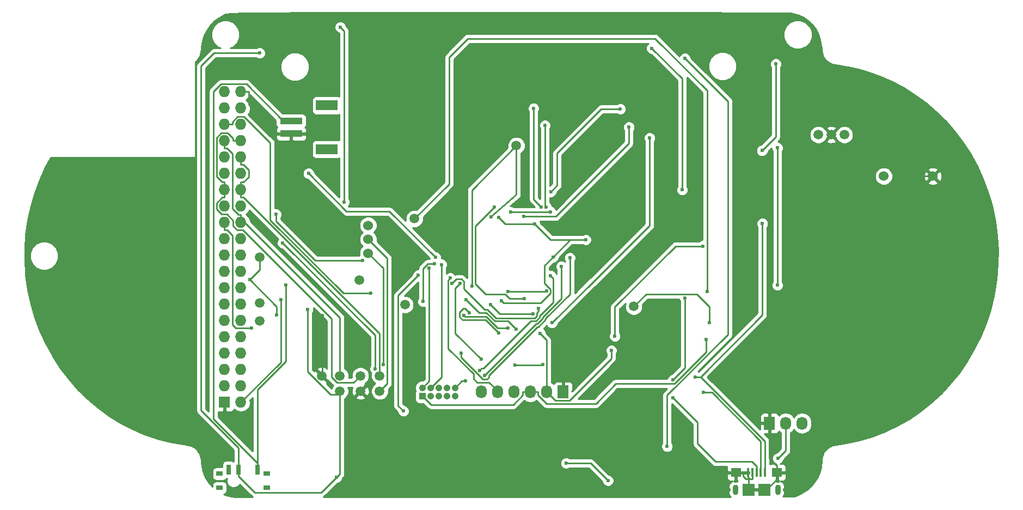
<source format=gbl>
G04 #@! TF.GenerationSoftware,KiCad,Pcbnew,(2016-12-18 revision 3ffa37c)-master*
G04 #@! TF.CreationDate,2017-03-23T02:18:10-07:00*
G04 #@! TF.ProjectId,badge-kicad,62616467652D6B696361642E6B696361,rev?*
G04 #@! TF.FileFunction,Copper,L2,Bot,Mixed*
G04 #@! TF.FilePolarity,Positive*
%FSLAX46Y46*%
G04 Gerber Fmt 4.6, Leading zero omitted, Abs format (unit mm)*
G04 Created by KiCad (PCBNEW (2016-12-18 revision 3ffa37c)-master) date Thursday, March 23, 2017 'AMt' 02:18:10 AM*
%MOMM*%
%LPD*%
G01*
G04 APERTURE LIST*
%ADD10C,0.150000*%
%ADD11O,1.727200X2.032000*%
%ADD12R,1.727200X2.032000*%
%ADD13C,1.500000*%
%ADD14R,0.398780X1.348740*%
%ADD15O,0.899160X1.597660*%
%ADD16R,1.597660X1.399540*%
%ADD17R,1.899920X1.899920*%
%ADD18O,0.500000X1.200000*%
%ADD19C,1.524000*%
%ADD20R,3.400000X1.600000*%
%ADD21R,3.500000X1.000000*%
%ADD22C,1.050000*%
%ADD23R,1.050000X1.050000*%
%ADD24O,1.727200X1.727200*%
%ADD25R,1.727200X1.727200*%
%ADD26R,1.000000X0.800000*%
%ADD27R,0.700000X1.500000*%
%ADD28C,0.600000*%
%ADD29C,0.250000*%
%ADD30C,0.254000*%
G04 APERTURE END LIST*
D10*
D11*
X144330000Y-110262000D03*
X146870000Y-110262000D03*
X149410000Y-110262000D03*
X151950000Y-110262000D03*
X154490000Y-110262000D03*
D12*
X157030000Y-110262000D03*
D13*
X109868000Y-99276000D03*
X168034000Y-96990000D03*
X133930000Y-83362000D03*
X132474000Y-96736000D03*
X109868000Y-89370000D03*
X125362000Y-92926000D03*
X109868000Y-96482000D03*
D14*
X188427940Y-122792000D03*
X187777700Y-122792000D03*
X187130000Y-122792000D03*
X186482300Y-122792000D03*
X185832060Y-122792000D03*
D15*
X190429460Y-125461540D03*
X183830540Y-125461540D03*
D16*
X190327860Y-122792000D03*
X183932140Y-122792000D03*
D17*
X188328880Y-125466620D03*
X185931120Y-125466620D03*
D18*
X190430000Y-125462000D03*
X183830000Y-125462000D03*
D13*
X128530000Y-110162000D03*
X128530000Y-107762000D03*
X125530000Y-110162000D03*
X196736000Y-70320000D03*
X200800000Y-70320000D03*
X198768000Y-70320000D03*
X125530000Y-107762000D03*
X122330000Y-110162000D03*
X149780000Y-72012000D03*
X122330000Y-107762000D03*
X119530000Y-107762000D03*
D19*
X206930000Y-76762000D03*
X214530000Y-76762000D03*
D20*
X120305000Y-72562000D03*
X120305000Y-65762000D03*
D21*
X114755000Y-70162000D03*
X114755000Y-68162000D03*
D22*
X135180000Y-109642000D03*
X140260000Y-109642000D03*
X138990000Y-109642000D03*
X137720000Y-109642000D03*
X136450000Y-109642000D03*
X140260000Y-110912000D03*
X138990000Y-110912000D03*
X137720000Y-110912000D03*
X136450000Y-110912000D03*
D23*
X135180000Y-110912000D03*
D24*
X106940000Y-63640000D03*
X104400000Y-63640000D03*
X106940000Y-66180000D03*
X104400000Y-66180000D03*
X106940000Y-68720000D03*
X104400000Y-68720000D03*
X106940000Y-71260000D03*
X104400000Y-71260000D03*
X106940000Y-73800000D03*
X104400000Y-73800000D03*
X106940000Y-76340000D03*
X104400000Y-76340000D03*
X106940000Y-78880000D03*
X104400000Y-78880000D03*
X106940000Y-81420000D03*
X104400000Y-81420000D03*
X106940000Y-83960000D03*
X104400000Y-83960000D03*
X106940000Y-86500000D03*
X104400000Y-86500000D03*
X106940000Y-89040000D03*
X104400000Y-89040000D03*
X106940000Y-91580000D03*
X104400000Y-91580000D03*
X106940000Y-94120000D03*
X104400000Y-94120000D03*
X106940000Y-96660000D03*
X104400000Y-96660000D03*
X106940000Y-99200000D03*
X104400000Y-99200000D03*
X106940000Y-101740000D03*
X104400000Y-101740000D03*
X106940000Y-104280000D03*
X104400000Y-104280000D03*
X106940000Y-106820000D03*
X104400000Y-106820000D03*
X106940000Y-109360000D03*
X104400000Y-109360000D03*
X106940000Y-111900000D03*
D25*
X104400000Y-111900000D03*
D26*
X110930000Y-122987000D03*
X103630000Y-122987000D03*
X103630000Y-125187000D03*
X110930000Y-125187000D03*
D27*
X105030000Y-122337000D03*
X106530000Y-122337000D03*
X109530000Y-122337000D03*
D11*
X194210000Y-115162000D03*
X191670000Y-115162000D03*
D12*
X189130000Y-115162000D03*
D19*
X126730000Y-88712000D03*
X126730000Y-86562000D03*
X126730000Y-84412000D03*
D28*
X165430000Y-84701500D03*
X156130000Y-84662000D03*
X206030000Y-86762000D03*
X189130000Y-108203100D03*
X119583400Y-98377600D03*
X115754600Y-77605500D03*
X109868000Y-57620000D03*
X121837500Y-123512000D03*
X117338200Y-97434300D03*
X170847100Y-56879900D03*
X175568800Y-78874000D03*
X153252060Y-97271130D03*
X177576700Y-107929400D03*
X139759900Y-93380200D03*
X188044900Y-84116000D03*
X153627486Y-81548412D03*
X152446600Y-66213000D03*
X150913090Y-83032999D03*
X167280000Y-69147300D03*
X155130000Y-79162000D03*
X165943800Y-66311100D03*
X147030000Y-83162000D03*
X147433153Y-96096082D03*
X152654768Y-84198410D03*
X155459700Y-89328100D03*
X113170000Y-95974000D03*
X160580000Y-86637000D03*
X190386000Y-93688000D03*
X190386000Y-72352000D03*
X179318000Y-102159200D03*
X136233700Y-91041200D03*
X156774582Y-90767108D03*
X141900000Y-108592000D03*
X144840000Y-107712000D03*
X138110000Y-90487052D03*
X154427046Y-81575292D03*
X154230000Y-68862000D03*
X129090200Y-106043100D03*
X149750000Y-100526990D03*
X155314040Y-99531998D03*
X141980000Y-95942000D03*
X127118900Y-94937800D03*
X170502000Y-70809700D03*
X158102998Y-89438692D03*
X141168000Y-104213800D03*
X144056906Y-106920022D03*
X155107700Y-92244800D03*
X137189037Y-89373930D03*
X117466200Y-76340000D03*
X125890700Y-89838300D03*
X112404900Y-82690000D03*
X108598000Y-100389000D03*
X139506200Y-92579800D03*
X153864990Y-106032000D03*
X149610000Y-106072000D03*
X144320000Y-105212000D03*
X141010600Y-93411900D03*
X142447901Y-97957004D03*
X147020000Y-101152000D03*
X153500000Y-101212000D03*
X164557900Y-103837000D03*
X178882700Y-110337000D03*
X174130000Y-111214000D03*
X154450000Y-94612000D03*
X148480000Y-94642000D03*
X122381500Y-53589500D03*
X122984400Y-80762300D03*
X176000000Y-95702000D03*
X174112200Y-108387000D03*
X155040000Y-82286990D03*
X148890000Y-82342000D03*
X179430000Y-94662000D03*
X178804990Y-87608399D03*
X165093300Y-101611400D03*
X127824700Y-106677400D03*
X113459200Y-87125900D03*
X175995000Y-58469600D03*
X173230500Y-118738800D03*
X157505200Y-121338400D03*
X164030000Y-124051500D03*
X142854790Y-93862490D03*
X145855000Y-83037000D03*
X190451400Y-120602700D03*
X134506000Y-92164000D03*
X132220000Y-113246000D03*
X108344000Y-92850000D03*
X112501000Y-98355300D03*
X151002714Y-95802343D03*
X146340000Y-81542000D03*
X141607476Y-98385577D03*
X148450000Y-100356990D03*
X137044403Y-90358004D03*
X135268000Y-96228000D03*
X187985000Y-72780200D03*
X190119600Y-59314500D03*
X152345599Y-98177591D03*
X145730000Y-96672000D03*
X179790000Y-99522000D03*
X113932000Y-93688000D03*
D29*
X156130000Y-84662000D02*
X165390500Y-84662000D01*
X165390500Y-84662000D02*
X165430000Y-84701500D01*
X188333960Y-125461540D02*
X188328880Y-125466620D01*
X185926040Y-125461540D02*
X185931120Y-125466620D01*
X206030000Y-83262000D02*
X206030000Y-86762000D01*
X212530000Y-76762000D02*
X206030000Y-83262000D01*
X214530000Y-76762000D02*
X212530000Y-76762000D01*
X188328900Y-125500700D02*
X188328900Y-125466600D01*
X188745200Y-125917000D02*
X188328900Y-125500700D01*
X189130000Y-120569000D02*
X190327900Y-121766900D01*
X189130000Y-115162000D02*
X189130000Y-120569000D01*
X108128900Y-65611200D02*
X112679700Y-70162000D01*
X108128900Y-63640000D02*
X108128900Y-65611200D01*
X106940000Y-63640000D02*
X108128900Y-63640000D01*
X114755000Y-70162000D02*
X112679700Y-70162000D01*
X185931100Y-123890700D02*
X185832100Y-123791700D01*
X185931100Y-125466600D02*
X185931100Y-123890700D01*
X188081000Y-125917000D02*
X188745200Y-125917000D01*
X187656800Y-125917000D02*
X187206400Y-125466600D01*
X188081000Y-125917000D02*
X187656800Y-125917000D01*
X185931100Y-125466600D02*
X187206400Y-125466600D01*
X185444100Y-123791700D02*
X185832100Y-123791700D01*
X185056200Y-123403800D02*
X185444100Y-123791700D01*
X185056200Y-122792000D02*
X185056200Y-123403800D01*
X183932100Y-122792000D02*
X185056200Y-122792000D01*
X190327900Y-122279400D02*
X190327900Y-121766900D01*
X190327900Y-122279400D02*
X190327900Y-122792000D01*
X188745200Y-125399800D02*
X188745200Y-125917000D01*
X190327900Y-123817100D02*
X188745200Y-125399800D01*
X190327900Y-122792000D02*
X190327900Y-123817100D01*
X185832100Y-122792000D02*
X185832100Y-123291800D01*
X186482300Y-122792000D02*
X186482300Y-123791700D01*
X185832100Y-123541800D02*
X185832100Y-123791700D01*
X185832100Y-123291800D02*
X185832100Y-123541800D01*
X186082000Y-123791700D02*
X186482300Y-123791700D01*
X185832100Y-123541800D02*
X186082000Y-123791700D01*
X189130000Y-103662000D02*
X189130000Y-108203100D01*
X206030000Y-86762000D02*
X189130000Y-103662000D01*
X189130000Y-108203100D02*
X189130000Y-115162000D01*
X114755000Y-76605900D02*
X115754600Y-77605500D01*
X114755000Y-70162000D02*
X114755000Y-76605900D01*
X119583400Y-107708600D02*
X119583400Y-98377600D01*
X119530000Y-107762000D02*
X119583400Y-107708600D01*
X100724000Y-59652000D02*
X102756000Y-57620000D01*
X102756000Y-57620000D02*
X109868000Y-57620000D01*
X100724000Y-113167410D02*
X100724000Y-59652000D01*
X106530000Y-122337000D02*
X106530000Y-118973410D01*
X106530000Y-118973410D02*
X100724000Y-113167410D01*
X122330000Y-110162000D02*
X122330000Y-123019500D01*
X122330000Y-123019500D02*
X121837500Y-123512000D01*
X121837500Y-123512000D02*
X119437499Y-125912001D01*
X119437499Y-125912001D02*
X109105001Y-125912001D01*
X109105001Y-125912001D02*
X106530000Y-123337000D01*
X106530000Y-123337000D02*
X106530000Y-122337000D01*
X122330000Y-110162000D02*
X121837500Y-110654500D01*
X175568800Y-61601600D02*
X170847100Y-56879900D01*
X175568800Y-78874000D02*
X175568800Y-61601600D01*
X117338200Y-107161900D02*
X117338200Y-97434300D01*
X120830800Y-110654500D02*
X117338200Y-107161900D01*
X121837500Y-110654500D02*
X120830800Y-110654500D01*
X139759900Y-93380200D02*
X140391800Y-92748300D01*
X144853279Y-97491967D02*
X145269200Y-97491967D01*
X140391800Y-92748300D02*
X141231400Y-92748300D01*
X141635900Y-94274588D02*
X144853279Y-97491967D01*
X152970601Y-97976853D02*
X153252060Y-97695394D01*
X141231400Y-92748300D02*
X141635900Y-93152800D01*
X146579826Y-98802593D02*
X152645601Y-98802593D01*
X152970601Y-98477593D02*
X152970601Y-97976853D01*
X141635900Y-93152800D02*
X141635900Y-94274588D01*
X152645601Y-98802593D02*
X152970601Y-98477593D01*
X153252060Y-97695394D02*
X153252060Y-97271130D01*
X145269200Y-97491967D02*
X146579826Y-98802593D01*
X188044900Y-98305700D02*
X188044900Y-84116000D01*
X178421200Y-107929400D02*
X188044900Y-98305700D01*
X188427900Y-117936100D02*
X178421200Y-107929400D01*
X188427900Y-122792000D02*
X188427900Y-117936100D01*
X178421200Y-107929400D02*
X177576700Y-107929400D01*
X152446600Y-80367526D02*
X153627486Y-81548412D01*
X152446600Y-66213000D02*
X152446600Y-80367526D01*
X155884005Y-83032999D02*
X150913090Y-83032999D01*
X167280000Y-71637004D02*
X155884005Y-83032999D01*
X167280000Y-69147300D02*
X167280000Y-71637004D01*
X156130000Y-73162000D02*
X156130000Y-78162000D01*
X156130000Y-78162000D02*
X155130000Y-79162000D01*
X162980900Y-66311100D02*
X156130000Y-73162000D01*
X165943800Y-66311100D02*
X162980900Y-66311100D01*
X152654768Y-84198410D02*
X148066410Y-84198410D01*
X148066410Y-84198410D02*
X147030000Y-83162000D01*
X160580000Y-86637000D02*
X158150800Y-86637000D01*
X158150800Y-86637000D02*
X155459700Y-89328100D01*
X147764416Y-96427345D02*
X147433153Y-96096082D01*
X155075002Y-94912002D02*
X153559659Y-96427345D01*
X154149998Y-90637802D02*
X154149998Y-93386994D01*
X155459700Y-89328100D02*
X154149998Y-90637802D01*
X154149998Y-93386994D02*
X155075002Y-94311998D01*
X153559659Y-96427345D02*
X147764416Y-96427345D01*
X155075002Y-94311998D02*
X155075002Y-94912002D01*
X157460000Y-86650152D02*
X155106510Y-86650152D01*
X155106510Y-86650152D02*
X152654768Y-84198410D01*
X159030335Y-86641079D02*
X157460000Y-86650152D01*
X106940000Y-111900000D02*
X113170000Y-105670000D01*
X113170000Y-105670000D02*
X113170000Y-95974000D01*
X159030923Y-86643184D02*
X159030335Y-86641079D01*
X160580000Y-86637000D02*
X159030923Y-86643184D01*
X190386000Y-72352000D02*
X190386000Y-93688000D01*
X151950000Y-110262000D02*
X150761100Y-110262000D01*
X150761100Y-110782100D02*
X150761100Y-110262000D01*
X149283800Y-112259400D02*
X150761100Y-110782100D01*
X136527400Y-112259400D02*
X149283800Y-112259400D01*
X135180000Y-110912000D02*
X136527400Y-112259400D01*
X129715500Y-89547500D02*
X126730000Y-86562000D01*
X129715500Y-108976500D02*
X129715500Y-89547500D01*
X128530000Y-110162000D02*
X129715500Y-108976500D01*
X151950000Y-110262000D02*
X153138900Y-110262000D01*
X174371900Y-109022700D02*
X165212600Y-109022700D01*
X179318000Y-104076600D02*
X174371900Y-109022700D01*
X179318000Y-102159200D02*
X179318000Y-104076600D01*
X162144800Y-112090500D02*
X165212600Y-109022700D01*
X154447300Y-112090500D02*
X162144800Y-112090500D01*
X153138900Y-110782100D02*
X154447300Y-112090500D01*
X153138900Y-110262000D02*
X153138900Y-110782100D01*
X136233700Y-108588300D02*
X136233700Y-91041200D01*
X135180000Y-109642000D02*
X136233700Y-108588300D01*
X153870623Y-98681377D02*
X156774582Y-95777418D01*
X152849385Y-99702615D02*
X153018401Y-99702615D01*
X156774582Y-95777418D02*
X156774582Y-90767108D01*
X153018401Y-99702615D02*
X153870623Y-98850393D01*
X144840000Y-107712000D02*
X152849385Y-99702615D01*
X153870623Y-98850393D02*
X153870623Y-98681377D01*
X141900000Y-108592000D02*
X141310000Y-108592000D01*
X141310000Y-108592000D02*
X140260000Y-109642000D01*
X138110000Y-107982000D02*
X138110000Y-90487052D01*
X136450000Y-109642000D02*
X138110000Y-107982000D01*
X154230000Y-81378246D02*
X154427046Y-81575292D01*
X154230000Y-68862000D02*
X154230000Y-81378246D01*
X129090200Y-91072200D02*
X129090200Y-106043100D01*
X126730000Y-88712000D02*
X129090200Y-91072200D01*
X148484988Y-99261978D02*
X149750000Y-100526990D01*
X145082800Y-97941978D02*
X146402800Y-99261978D01*
X141980000Y-95942000D02*
X143979978Y-97941978D01*
X146402800Y-99261978D02*
X148484988Y-99261978D01*
X143979978Y-97941978D02*
X145082800Y-97941978D01*
X170502000Y-84415002D02*
X161720001Y-93197001D01*
X161649037Y-93197001D02*
X155314040Y-99531998D01*
X161720001Y-93197001D02*
X161649037Y-93197001D01*
X170502000Y-70809700D02*
X170502000Y-84415002D01*
X104400000Y-68720000D02*
X105588900Y-68720000D01*
X122891500Y-94937800D02*
X127118900Y-94937800D01*
X111504300Y-83550600D02*
X122891500Y-94937800D01*
X111504300Y-71599600D02*
X111504300Y-83550600D01*
X107421000Y-67516300D02*
X111504300Y-71599600D01*
X106421100Y-67516300D02*
X107421000Y-67516300D01*
X105588900Y-68348500D02*
X106421100Y-67516300D01*
X105588900Y-68720000D02*
X105588900Y-68348500D01*
X158102998Y-95085412D02*
X158102998Y-89438692D01*
X145465002Y-107723408D02*
X153035784Y-100152626D01*
X153035784Y-100152626D02*
X153204801Y-100152626D01*
X145465002Y-108012002D02*
X145465002Y-107723408D01*
X153204801Y-100152626D02*
X154320634Y-99036793D01*
X144571602Y-108337002D02*
X145140002Y-108337002D01*
X141168000Y-104933400D02*
X144571602Y-108337002D01*
X154320634Y-98867776D02*
X158102998Y-95085412D01*
X141168000Y-104213800D02*
X141168000Y-104933400D01*
X145140002Y-108337002D02*
X145465002Y-108012002D01*
X154320634Y-99036793D02*
X154320634Y-98867776D01*
X105751100Y-70890500D02*
X105751100Y-71260000D01*
X104904300Y-70043700D02*
X105751100Y-70890500D01*
X103882400Y-70043700D02*
X104904300Y-70043700D01*
X103149800Y-70776300D02*
X103882400Y-70043700D01*
X103149800Y-76812400D02*
X103149800Y-70776300D01*
X104028500Y-77691100D02*
X103149800Y-76812400D01*
X104400000Y-77691100D02*
X104028500Y-77691100D01*
X106940000Y-71260000D02*
X105751100Y-71260000D01*
X104400000Y-78291400D02*
X104400000Y-77691100D01*
X104400000Y-78291400D02*
X104400000Y-78880000D01*
X104400000Y-78880000D02*
X104400000Y-80068900D01*
X124448800Y-108843200D02*
X125530000Y-107762000D01*
X121886200Y-108843200D02*
X124448800Y-108843200D01*
X121054600Y-108011600D02*
X121886200Y-108843200D01*
X121054600Y-98933100D02*
X121054600Y-108011600D01*
X107270500Y-85149000D02*
X121054600Y-98933100D01*
X106391000Y-85149000D02*
X107270500Y-85149000D01*
X105751000Y-84509000D02*
X106391000Y-85149000D01*
X105751000Y-83628600D02*
X105751000Y-84509000D01*
X104812300Y-82689900D02*
X105751000Y-83628600D01*
X103967400Y-82689900D02*
X104812300Y-82689900D01*
X103173000Y-81895500D02*
X103967400Y-82689900D01*
X103173000Y-80924400D02*
X103173000Y-81895500D01*
X104028500Y-80068900D02*
X103173000Y-80924400D01*
X104400000Y-80068900D02*
X104028500Y-80068900D01*
X104771600Y-72448900D02*
X104400000Y-72448900D01*
X105588900Y-73266200D02*
X104771600Y-72448900D01*
X105588900Y-81791600D02*
X105588900Y-73266200D01*
X106568400Y-82771100D02*
X105588900Y-81791600D01*
X106940000Y-82771100D02*
X106568400Y-82771100D01*
X104400000Y-71260000D02*
X104400000Y-72448900D01*
X106940000Y-83960000D02*
X106940000Y-83371400D01*
X106940000Y-83371400D02*
X106940000Y-82771100D01*
X122330000Y-98761400D02*
X122330000Y-107762000D01*
X106940000Y-83371400D02*
X122330000Y-98761400D01*
X144356905Y-106620023D02*
X144056906Y-106920022D01*
X144625567Y-106620023D02*
X144356905Y-106620023D01*
X151992986Y-99252604D02*
X144625567Y-106620023D01*
X153420612Y-98489053D02*
X153420612Y-98663993D01*
X153420612Y-98663993D02*
X152832001Y-99252604D01*
X155525013Y-96384652D02*
X153420612Y-98489053D01*
X155107700Y-92244800D02*
X155525013Y-92662113D01*
X152832001Y-99252604D02*
X151992986Y-99252604D01*
X155525013Y-92662113D02*
X155525013Y-96384652D01*
X107311600Y-74988900D02*
X106940000Y-74988900D01*
X108128900Y-75806200D02*
X107311600Y-74988900D01*
X108128900Y-76873700D02*
X108128900Y-75806200D01*
X107311500Y-77691100D02*
X108128900Y-76873700D01*
X106940000Y-77691100D02*
X107311500Y-77691100D01*
X106940000Y-73800000D02*
X106940000Y-74988900D01*
X106940000Y-78291400D02*
X106940000Y-77691100D01*
X106940000Y-78291400D02*
X106940000Y-78880000D01*
X106940000Y-78880000D02*
X106940000Y-80068900D01*
X128464900Y-107696900D02*
X128530000Y-107762000D01*
X128464900Y-101216000D02*
X128464900Y-107696900D01*
X107317800Y-80068900D02*
X128464900Y-101216000D01*
X106940000Y-80068900D02*
X107317800Y-80068900D01*
X117466200Y-76340000D02*
X123357600Y-82231400D01*
X123357600Y-82231400D02*
X130046507Y-82231400D01*
X130046507Y-82231400D02*
X137189037Y-89373930D01*
X118488800Y-89838300D02*
X125890700Y-89838300D01*
X112404900Y-83754400D02*
X118488800Y-89838300D01*
X112404900Y-82690000D02*
X112404900Y-83754400D01*
X106146300Y-100389000D02*
X108598000Y-100389000D01*
X105588900Y-99831600D02*
X106146300Y-100389000D01*
X105588900Y-85966200D02*
X105588900Y-99831600D01*
X104771600Y-85148900D02*
X105588900Y-85966200D01*
X104400000Y-85148900D02*
X104771600Y-85148900D01*
X104400000Y-83960000D02*
X104400000Y-85148900D01*
X139134500Y-92951500D02*
X139506200Y-92579800D01*
X143094987Y-107497289D02*
X139134500Y-103536800D01*
X145547413Y-108787013D02*
X143683598Y-108787013D01*
X143094987Y-108198402D02*
X143094987Y-107497289D01*
X139134500Y-103536800D02*
X139134500Y-92951500D01*
X143683598Y-108787013D02*
X143094987Y-108198402D01*
X146870000Y-110109600D02*
X145547413Y-108787013D01*
X146870000Y-110262000D02*
X146870000Y-110109600D01*
X141010600Y-93411900D02*
X140269991Y-94152509D01*
X140269991Y-94152509D02*
X140269991Y-101161991D01*
X140269991Y-101161991D02*
X144320000Y-105212000D01*
X153824990Y-106072000D02*
X153864990Y-106032000D01*
X149610000Y-106072000D02*
X153824990Y-106072000D01*
X141550000Y-97322000D02*
X141812897Y-97322000D01*
X141812897Y-97322000D02*
X142447901Y-97957004D01*
X140970000Y-97902000D02*
X141550000Y-97322000D01*
X140970000Y-98632000D02*
X140970000Y-97902000D01*
X141430000Y-99092000D02*
X140970000Y-98632000D01*
X144960000Y-99092000D02*
X141430000Y-99092000D01*
X147020000Y-101152000D02*
X144960000Y-99092000D01*
X154490000Y-110262000D02*
X154490000Y-102202000D01*
X154490000Y-102202000D02*
X153500000Y-101212000D01*
X164557900Y-105099900D02*
X164557900Y-103837000D01*
X158054400Y-111603400D02*
X164557900Y-105099900D01*
X155831400Y-111603400D02*
X158054400Y-111603400D01*
X154490000Y-110262000D02*
X155831400Y-111603400D01*
X180191900Y-110337000D02*
X178882700Y-110337000D01*
X187777700Y-117922800D02*
X180191900Y-110337000D01*
X187777700Y-122792000D02*
X187777700Y-117922800D01*
X180734000Y-121120000D02*
X186382370Y-121120000D01*
X186382370Y-121120000D02*
X187130000Y-121867630D01*
X187130000Y-121867630D02*
X187130000Y-122792000D01*
X177940000Y-118326000D02*
X180734000Y-121120000D01*
X177940000Y-115024000D02*
X177940000Y-118326000D01*
X174130000Y-111214000D02*
X177940000Y-115024000D01*
X148480000Y-94642000D02*
X154420000Y-94642000D01*
X154420000Y-94642000D02*
X154450000Y-94612000D01*
X122984400Y-54192400D02*
X122381500Y-53589500D01*
X122984400Y-80762300D02*
X122984400Y-54192400D01*
X175980000Y-106519200D02*
X175980000Y-95722000D01*
X175980000Y-95722000D02*
X176000000Y-95702000D01*
X175980000Y-106519200D02*
X174112200Y-108387000D01*
X154984990Y-82342000D02*
X155040000Y-82286990D01*
X148890000Y-82342000D02*
X154984990Y-82342000D01*
X179430000Y-94662000D02*
X179430000Y-63462000D01*
X179430000Y-63462000D02*
X171330000Y-55362000D01*
X139330000Y-77962000D02*
X133930000Y-83362000D01*
X171330000Y-55362000D02*
X142230000Y-55362000D01*
X142230000Y-55362000D02*
X139330000Y-58262000D01*
X139330000Y-58262000D02*
X139330000Y-77962000D01*
X165093300Y-101611400D02*
X165093300Y-97081600D01*
X174566501Y-87608399D02*
X178804990Y-87608399D01*
X165093300Y-97081600D02*
X174566501Y-87608399D01*
X127824700Y-101491400D02*
X127824700Y-106677400D01*
X113459200Y-87125900D02*
X127824700Y-101491400D01*
X182691300Y-65165900D02*
X175995000Y-58469600D01*
X182691300Y-101340200D02*
X182691300Y-65165900D01*
X173230500Y-110801000D02*
X182691300Y-101340200D01*
X173230500Y-118738800D02*
X173230500Y-110801000D01*
X161316900Y-121338400D02*
X157505200Y-121338400D01*
X164030000Y-124051500D02*
X161316900Y-121338400D01*
X142854790Y-78937210D02*
X142854790Y-93862490D01*
X149780000Y-72012000D02*
X142854790Y-78937210D01*
X145810800Y-82992800D02*
X145855000Y-83037000D01*
X149780000Y-79616500D02*
X145810800Y-82992800D01*
X149780000Y-72012000D02*
X149780000Y-79616500D01*
X191670000Y-119384100D02*
X191670000Y-115162000D01*
X190451400Y-120602700D02*
X191670000Y-119384100D01*
X132220000Y-113246000D02*
X131398999Y-112424999D01*
X131398999Y-112424999D02*
X131398999Y-95271001D01*
X131398999Y-95271001D02*
X134506000Y-92164000D01*
X109868000Y-91326000D02*
X109868000Y-89370000D01*
X108344000Y-92850000D02*
X109868000Y-91326000D01*
X112501000Y-98355300D02*
X112501000Y-97007000D01*
X112501000Y-97007000D02*
X108344000Y-92850000D01*
X143380011Y-84501989D02*
X143380011Y-93462011D01*
X148715341Y-95802343D02*
X151002714Y-95802343D01*
X148027566Y-95114568D02*
X148715341Y-95802343D01*
X145032568Y-95114568D02*
X148027566Y-95114568D01*
X143380011Y-93462011D02*
X145032568Y-95114568D01*
X146340000Y-81542000D02*
X143380011Y-84501989D01*
X145096400Y-98591989D02*
X141813888Y-98591989D01*
X146861401Y-100356990D02*
X145096400Y-98591989D01*
X148450000Y-100356990D02*
X146861401Y-100356990D01*
X141813888Y-98591989D02*
X141607476Y-98385577D01*
X135991894Y-90358004D02*
X137044403Y-90358004D01*
X135268000Y-91081898D02*
X135991894Y-90358004D01*
X135268000Y-96228000D02*
X135268000Y-91081898D01*
X190119600Y-70645600D02*
X187985000Y-72780200D01*
X190119600Y-59314500D02*
X190119600Y-70645600D01*
X147235591Y-98177591D02*
X152345599Y-98177591D01*
X145730000Y-96672000D02*
X147235591Y-98177591D01*
X169947002Y-95076998D02*
X168034000Y-96990000D01*
X177824998Y-95076998D02*
X169947002Y-95076998D01*
X179790000Y-97042000D02*
X177824998Y-95076998D01*
X179790000Y-99522000D02*
X179790000Y-97042000D01*
X109530000Y-122337000D02*
X109530000Y-109946410D01*
X109530000Y-109946410D02*
X113932000Y-105544410D01*
X113932000Y-105544410D02*
X113932000Y-93688000D01*
X114755000Y-68162000D02*
X113505000Y-68162000D01*
X107794399Y-62451399D02*
X103829471Y-62451399D01*
X113505000Y-68162000D02*
X107794399Y-62451399D01*
X102699790Y-63581080D02*
X102699790Y-114506790D01*
X103829471Y-62451399D02*
X102699790Y-63581080D01*
X102699790Y-114506790D02*
X109530000Y-121337000D01*
X109530000Y-121337000D02*
X109530000Y-122337000D01*
D30*
G36*
X134038656Y-51354941D02*
X136660481Y-51355160D01*
X139433873Y-51355432D01*
X139433878Y-51355432D01*
X142363177Y-51355700D01*
X142363186Y-51355698D01*
X142363194Y-51355700D01*
X145452747Y-51355908D01*
X145452761Y-51355905D01*
X145452775Y-51355908D01*
X148706931Y-51356000D01*
X148706941Y-51355998D01*
X148706951Y-51356000D01*
X148999993Y-51356000D01*
X152251927Y-51356032D01*
X155338843Y-51356138D01*
X158265059Y-51356332D01*
X161034895Y-51356626D01*
X163652668Y-51357033D01*
X166122700Y-51357568D01*
X168449306Y-51358242D01*
X170636807Y-51359070D01*
X172689518Y-51360065D01*
X174611759Y-51361239D01*
X176407845Y-51362606D01*
X178082092Y-51364180D01*
X178082093Y-51364180D01*
X179638996Y-51365973D01*
X179639000Y-51365972D01*
X181082335Y-51367999D01*
X181082336Y-51367999D01*
X182417210Y-51370271D01*
X182417212Y-51370271D01*
X183646993Y-51372800D01*
X183646996Y-51372801D01*
X184776977Y-51375605D01*
X185810991Y-51378694D01*
X185810993Y-51378694D01*
X186752872Y-51382080D01*
X187607790Y-51385780D01*
X188379162Y-51389800D01*
X189072892Y-51394165D01*
X189690578Y-51398869D01*
X190239390Y-51403944D01*
X190721657Y-51409387D01*
X191142147Y-51415211D01*
X191505123Y-51421425D01*
X191814341Y-51428024D01*
X192074365Y-51435012D01*
X192288684Y-51442354D01*
X192460780Y-51449983D01*
X192593983Y-51457760D01*
X192690662Y-51465350D01*
X192751958Y-51471987D01*
X192765745Y-51474104D01*
X193650031Y-51730848D01*
X194440241Y-52106547D01*
X195146025Y-52596411D01*
X195762393Y-53192921D01*
X196283129Y-53889317D01*
X196700738Y-54679050D01*
X197006628Y-55555376D01*
X197194642Y-56528004D01*
X197223939Y-56818424D01*
X197262381Y-57245207D01*
X197267087Y-57261199D01*
X197266083Y-57277838D01*
X197307626Y-57581214D01*
X197320414Y-57618254D01*
X197322336Y-57657392D01*
X197376965Y-57875500D01*
X197403577Y-57931769D01*
X197417380Y-57992470D01*
X197495424Y-58167259D01*
X197526400Y-58210990D01*
X197545957Y-58260882D01*
X197650635Y-58424220D01*
X197673801Y-58448289D01*
X197688830Y-58478122D01*
X197857200Y-58693722D01*
X197900872Y-58731368D01*
X197934757Y-58778022D01*
X198116872Y-58946417D01*
X198180961Y-58985703D01*
X198236912Y-59035911D01*
X198460647Y-59168507D01*
X198521674Y-59190001D01*
X198576836Y-59223811D01*
X198870067Y-59332016D01*
X198910547Y-59338431D01*
X198947706Y-59355719D01*
X199338309Y-59450939D01*
X199359719Y-59451855D01*
X199379653Y-59459723D01*
X199895503Y-59553365D01*
X199903667Y-59553228D01*
X199911330Y-59556054D01*
X200254766Y-59610408D01*
X201787616Y-59881633D01*
X203209644Y-60211692D01*
X204599928Y-60620287D01*
X206034809Y-61128838D01*
X206265699Y-61218028D01*
X208207194Y-62064357D01*
X210060886Y-63048039D01*
X211832403Y-64167290D01*
X213515762Y-65415269D01*
X215104917Y-66785087D01*
X216593799Y-68269827D01*
X217976325Y-69862523D01*
X219246408Y-71556179D01*
X220397997Y-73343803D01*
X221425027Y-75218350D01*
X222321496Y-77172844D01*
X223081374Y-79200220D01*
X223701663Y-81303594D01*
X223797857Y-81690237D01*
X224234076Y-83843863D01*
X224515171Y-86033560D01*
X224642720Y-88251197D01*
X224616281Y-90477635D01*
X224435612Y-92693781D01*
X224099125Y-94890559D01*
X224002910Y-95373859D01*
X223472805Y-97519695D01*
X222790263Y-99607789D01*
X221958050Y-101638268D01*
X220981460Y-103601236D01*
X219865845Y-105486774D01*
X218616568Y-107285041D01*
X217238510Y-108986855D01*
X215841927Y-110478252D01*
X214260678Y-111938922D01*
X212588002Y-113266400D01*
X210831143Y-114457411D01*
X208997969Y-115508097D01*
X207096373Y-116414576D01*
X205134220Y-117172977D01*
X203119352Y-117779430D01*
X201052704Y-118231569D01*
X200018052Y-118395981D01*
X199509281Y-118472835D01*
X199493610Y-118478489D01*
X199476950Y-118478486D01*
X199099656Y-118553459D01*
X199067217Y-118566888D01*
X199032276Y-118570312D01*
X198754583Y-118654397D01*
X198703234Y-118681810D01*
X198646997Y-118696815D01*
X198434317Y-118801416D01*
X198381738Y-118841672D01*
X198322005Y-118870273D01*
X198139748Y-119006796D01*
X198116593Y-119032589D01*
X198086917Y-119050506D01*
X198022785Y-119109008D01*
X198003327Y-119135421D01*
X197976903Y-119154872D01*
X197765868Y-119386051D01*
X197727839Y-119448989D01*
X197678822Y-119503803D01*
X197529007Y-119757589D01*
X197503351Y-119830836D01*
X197465371Y-119898511D01*
X197362248Y-120214924D01*
X197356014Y-120267197D01*
X197337266Y-120316393D01*
X197266305Y-120735459D01*
X197266976Y-120758891D01*
X197260073Y-120781290D01*
X197224194Y-121129813D01*
X197144788Y-121815898D01*
X197035865Y-122363750D01*
X196881050Y-122862288D01*
X196653956Y-123400036D01*
X196642160Y-123424983D01*
X196172383Y-124233585D01*
X195600558Y-124928613D01*
X194922131Y-125526256D01*
X194146378Y-126017642D01*
X193264692Y-126400930D01*
X193036261Y-126474998D01*
X193031245Y-126476351D01*
X193017174Y-126479268D01*
X192982290Y-126484656D01*
X192921020Y-126491656D01*
X192830200Y-126499383D01*
X192707173Y-126507273D01*
X192548808Y-126515034D01*
X192352022Y-126522504D01*
X192112837Y-126529623D01*
X191827847Y-126536347D01*
X191492892Y-126542673D01*
X191209237Y-126546996D01*
X191382880Y-126343173D01*
X191514040Y-125937790D01*
X191514040Y-125588540D01*
X191315000Y-125588540D01*
X191315000Y-125334540D01*
X191514040Y-125334540D01*
X191514040Y-124985290D01*
X191382880Y-124579907D01*
X191106571Y-124255574D01*
X190843030Y-124126770D01*
X191253000Y-124126770D01*
X191486389Y-124030097D01*
X191665017Y-123851468D01*
X191761690Y-123618079D01*
X191761690Y-123077750D01*
X191602940Y-122919000D01*
X190454860Y-122919000D01*
X190454860Y-123968020D01*
X190613610Y-124126770D01*
X190646485Y-124126770D01*
X190556460Y-124195212D01*
X190556460Y-124227960D01*
X190430000Y-124202805D01*
X190302460Y-124228174D01*
X190302460Y-124195212D01*
X190135525Y-124068299D01*
X190067176Y-124101704D01*
X190200860Y-123968020D01*
X190200860Y-122919000D01*
X190180860Y-122919000D01*
X190180860Y-122665000D01*
X190200860Y-122665000D01*
X190200860Y-122645000D01*
X190454860Y-122645000D01*
X190454860Y-122665000D01*
X191602940Y-122665000D01*
X191761690Y-122506250D01*
X191761690Y-121965921D01*
X191665017Y-121732532D01*
X191486389Y-121553903D01*
X191253000Y-121457230D01*
X190831712Y-121457230D01*
X190980343Y-121395817D01*
X191243592Y-121133027D01*
X191386238Y-120789499D01*
X191386279Y-120742623D01*
X192207401Y-119921501D01*
X192372148Y-119674939D01*
X192430000Y-119384100D01*
X192430000Y-116606648D01*
X192729670Y-116406415D01*
X192940000Y-116091634D01*
X193150330Y-116406415D01*
X193636511Y-116731271D01*
X194210000Y-116845345D01*
X194783489Y-116731271D01*
X195269670Y-116406415D01*
X195594526Y-115920234D01*
X195708600Y-115346745D01*
X195708600Y-114977255D01*
X195594526Y-114403766D01*
X195269670Y-113917585D01*
X194783489Y-113592729D01*
X194210000Y-113478655D01*
X193636511Y-113592729D01*
X193150330Y-113917585D01*
X192940000Y-114232366D01*
X192729670Y-113917585D01*
X192243489Y-113592729D01*
X191670000Y-113478655D01*
X191096511Y-113592729D01*
X190610330Y-113917585D01*
X190595500Y-113939780D01*
X190531927Y-113786302D01*
X190353299Y-113607673D01*
X190119910Y-113511000D01*
X189415750Y-113511000D01*
X189257000Y-113669750D01*
X189257000Y-115035000D01*
X189277000Y-115035000D01*
X189277000Y-115289000D01*
X189257000Y-115289000D01*
X189257000Y-116654250D01*
X189415750Y-116813000D01*
X190119910Y-116813000D01*
X190353299Y-116716327D01*
X190531927Y-116537698D01*
X190595500Y-116384220D01*
X190610330Y-116406415D01*
X190910000Y-116606648D01*
X190910000Y-119069298D01*
X190311720Y-119667578D01*
X190266233Y-119667538D01*
X189922457Y-119809583D01*
X189659208Y-120072373D01*
X189516562Y-120415901D01*
X189516238Y-120787867D01*
X189658283Y-121131643D01*
X189921073Y-121394892D01*
X190200858Y-121511069D01*
X190200858Y-121615978D01*
X190042110Y-121457230D01*
X189402720Y-121457230D01*
X189187900Y-121546211D01*
X189187900Y-117936100D01*
X189130048Y-117645261D01*
X188965301Y-117398699D01*
X188379602Y-116813000D01*
X188844250Y-116813000D01*
X189003000Y-116654250D01*
X189003000Y-115289000D01*
X187790150Y-115289000D01*
X187631400Y-115447750D01*
X187631400Y-116064798D01*
X185586293Y-114019691D01*
X187631400Y-114019691D01*
X187631400Y-114876250D01*
X187790150Y-115035000D01*
X189003000Y-115035000D01*
X189003000Y-113669750D01*
X188844250Y-113511000D01*
X188140090Y-113511000D01*
X187906701Y-113607673D01*
X187728073Y-113786302D01*
X187631400Y-114019691D01*
X185586293Y-114019691D01*
X179496002Y-107929400D01*
X188582301Y-98843101D01*
X188747048Y-98596539D01*
X188804900Y-98305700D01*
X188804900Y-84678463D01*
X188837092Y-84646327D01*
X188979738Y-84302799D01*
X188980062Y-83930833D01*
X188838017Y-83587057D01*
X188575227Y-83323808D01*
X188231699Y-83181162D01*
X187859733Y-83180838D01*
X187515957Y-83322883D01*
X187252708Y-83585673D01*
X187110062Y-83929201D01*
X187109738Y-84301167D01*
X187251783Y-84644943D01*
X187284900Y-84678118D01*
X187284900Y-97990898D01*
X178122795Y-107153003D01*
X178107027Y-107137208D01*
X178009564Y-107096738D01*
X183228701Y-101877601D01*
X183393448Y-101631039D01*
X183451300Y-101340200D01*
X183451300Y-72965367D01*
X187049838Y-72965367D01*
X187191883Y-73309143D01*
X187454673Y-73572392D01*
X187798201Y-73715038D01*
X188170167Y-73715362D01*
X188513943Y-73573317D01*
X188777192Y-73310527D01*
X188919838Y-72966999D01*
X188919879Y-72920123D01*
X189450967Y-72389035D01*
X189450838Y-72537167D01*
X189592883Y-72880943D01*
X189626000Y-72914118D01*
X189626000Y-93125537D01*
X189593808Y-93157673D01*
X189451162Y-93501201D01*
X189450838Y-93873167D01*
X189592883Y-94216943D01*
X189855673Y-94480192D01*
X190199201Y-94622838D01*
X190571167Y-94623162D01*
X190914943Y-94481117D01*
X191178192Y-94218327D01*
X191320838Y-93874799D01*
X191321162Y-93502833D01*
X191179117Y-93159057D01*
X191146000Y-93125882D01*
X191146000Y-77038661D01*
X205532758Y-77038661D01*
X205744990Y-77552303D01*
X206137630Y-77945629D01*
X206650900Y-78158757D01*
X207206661Y-78159242D01*
X207720303Y-77947010D01*
X207925457Y-77742213D01*
X213729392Y-77742213D01*
X213798857Y-77984397D01*
X214322302Y-78171144D01*
X214877368Y-78143362D01*
X215261143Y-77984397D01*
X215330608Y-77742213D01*
X214530000Y-76941605D01*
X213729392Y-77742213D01*
X207925457Y-77742213D01*
X208113629Y-77554370D01*
X208326757Y-77041100D01*
X208327181Y-76554302D01*
X213120856Y-76554302D01*
X213148638Y-77109368D01*
X213307603Y-77493143D01*
X213549787Y-77562608D01*
X214350395Y-76762000D01*
X214709605Y-76762000D01*
X215510213Y-77562608D01*
X215752397Y-77493143D01*
X215939144Y-76969698D01*
X215911362Y-76414632D01*
X215752397Y-76030857D01*
X215510213Y-75961392D01*
X214709605Y-76762000D01*
X214350395Y-76762000D01*
X213549787Y-75961392D01*
X213307603Y-76030857D01*
X213120856Y-76554302D01*
X208327181Y-76554302D01*
X208327242Y-76485339D01*
X208115010Y-75971697D01*
X207925432Y-75781787D01*
X213729392Y-75781787D01*
X214530000Y-76582395D01*
X215330608Y-75781787D01*
X215261143Y-75539603D01*
X214737698Y-75352856D01*
X214182632Y-75380638D01*
X213798857Y-75539603D01*
X213729392Y-75781787D01*
X207925432Y-75781787D01*
X207722370Y-75578371D01*
X207209100Y-75365243D01*
X206653339Y-75364758D01*
X206139697Y-75576990D01*
X205746371Y-75969630D01*
X205533243Y-76482900D01*
X205532758Y-77038661D01*
X191146000Y-77038661D01*
X191146000Y-72914463D01*
X191178192Y-72882327D01*
X191320838Y-72538799D01*
X191321162Y-72166833D01*
X191179117Y-71823057D01*
X190916327Y-71559808D01*
X190572799Y-71417162D01*
X190422971Y-71417031D01*
X190657001Y-71183001D01*
X190821748Y-70936440D01*
X190879600Y-70645600D01*
X190879600Y-70594285D01*
X195350760Y-70594285D01*
X195561169Y-71103515D01*
X195950436Y-71493461D01*
X196459298Y-71704759D01*
X197010285Y-71705240D01*
X197519515Y-71494831D01*
X197723183Y-71291517D01*
X197976088Y-71291517D01*
X198044077Y-71532460D01*
X198563171Y-71717201D01*
X199113448Y-71689230D01*
X199491923Y-71532460D01*
X199559912Y-71291517D01*
X198768000Y-70499605D01*
X197976088Y-71291517D01*
X197723183Y-71291517D01*
X197909461Y-71105564D01*
X197985178Y-70923217D01*
X198588395Y-70320000D01*
X198947605Y-70320000D01*
X199550566Y-70922961D01*
X199625169Y-71103515D01*
X200014436Y-71493461D01*
X200523298Y-71704759D01*
X201074285Y-71705240D01*
X201583515Y-71494831D01*
X201973461Y-71105564D01*
X202184759Y-70596702D01*
X202185240Y-70045715D01*
X201974831Y-69536485D01*
X201585564Y-69146539D01*
X201076702Y-68935241D01*
X200525715Y-68934760D01*
X200016485Y-69145169D01*
X199626539Y-69534436D01*
X199550822Y-69716783D01*
X198947605Y-70320000D01*
X198588395Y-70320000D01*
X197985434Y-69717039D01*
X197910831Y-69536485D01*
X197723157Y-69348483D01*
X197976088Y-69348483D01*
X198768000Y-70140395D01*
X199559912Y-69348483D01*
X199491923Y-69107540D01*
X198972829Y-68922799D01*
X198422552Y-68950770D01*
X198044077Y-69107540D01*
X197976088Y-69348483D01*
X197723157Y-69348483D01*
X197521564Y-69146539D01*
X197012702Y-68935241D01*
X196461715Y-68934760D01*
X195952485Y-69145169D01*
X195562539Y-69534436D01*
X195351241Y-70043298D01*
X195350760Y-70594285D01*
X190879600Y-70594285D01*
X190879600Y-59876963D01*
X190911792Y-59844827D01*
X191054438Y-59501299D01*
X191054762Y-59129333D01*
X190912717Y-58785557D01*
X190649927Y-58522308D01*
X190306399Y-58379662D01*
X189934433Y-58379338D01*
X189590657Y-58521383D01*
X189327408Y-58784173D01*
X189184762Y-59127701D01*
X189184438Y-59499667D01*
X189326483Y-59843443D01*
X189359600Y-59876618D01*
X189359600Y-70330798D01*
X187845320Y-71845078D01*
X187799833Y-71845038D01*
X187456057Y-71987083D01*
X187192808Y-72249873D01*
X187050162Y-72593401D01*
X187049838Y-72965367D01*
X183451300Y-72965367D01*
X183451300Y-65165900D01*
X183413092Y-64973817D01*
X183393448Y-64875060D01*
X183228701Y-64628499D01*
X178704821Y-60104619D01*
X179594613Y-60104619D01*
X179934155Y-60926372D01*
X180562321Y-61555636D01*
X181383481Y-61896611D01*
X182272619Y-61897387D01*
X183094372Y-61557845D01*
X183723636Y-60929679D01*
X184064611Y-60108519D01*
X184065387Y-59219381D01*
X183725845Y-58397628D01*
X183097679Y-57768364D01*
X182276519Y-57427389D01*
X181387381Y-57426613D01*
X180565628Y-57766155D01*
X179936364Y-58394321D01*
X179595389Y-59215481D01*
X179594613Y-60104619D01*
X178704821Y-60104619D01*
X176930122Y-58329920D01*
X176930162Y-58284433D01*
X176788117Y-57940657D01*
X176525327Y-57677408D01*
X176181799Y-57534762D01*
X175809833Y-57534438D01*
X175466057Y-57676483D01*
X175202808Y-57939273D01*
X175138044Y-58095242D01*
X172247421Y-55204619D01*
X191294613Y-55204619D01*
X191634155Y-56026372D01*
X192262321Y-56655636D01*
X193083481Y-56996611D01*
X193972619Y-56997387D01*
X194794372Y-56657845D01*
X195423636Y-56029679D01*
X195764611Y-55208519D01*
X195765387Y-54319381D01*
X195425845Y-53497628D01*
X194797679Y-52868364D01*
X193976519Y-52527389D01*
X193087381Y-52526613D01*
X192265628Y-52866155D01*
X191636364Y-53494321D01*
X191295389Y-54315481D01*
X191294613Y-55204619D01*
X172247421Y-55204619D01*
X171867401Y-54824599D01*
X171620839Y-54659852D01*
X171330000Y-54602000D01*
X142230000Y-54602000D01*
X141939160Y-54659852D01*
X141692599Y-54824599D01*
X138792599Y-57724599D01*
X138627852Y-57971161D01*
X138570000Y-58262000D01*
X138570000Y-77647198D01*
X134230200Y-81986998D01*
X134206702Y-81977241D01*
X133655715Y-81976760D01*
X133146485Y-82187169D01*
X132756539Y-82576436D01*
X132545241Y-83085298D01*
X132544760Y-83636285D01*
X132557833Y-83667924D01*
X130583908Y-81693999D01*
X130337346Y-81529252D01*
X130046507Y-81471400D01*
X123672402Y-81471400D01*
X123634987Y-81433985D01*
X123776592Y-81292627D01*
X123919238Y-80949099D01*
X123919562Y-80577133D01*
X123777517Y-80233357D01*
X123744400Y-80200182D01*
X123744400Y-54192400D01*
X123723226Y-54085954D01*
X123686548Y-53901560D01*
X123521801Y-53654999D01*
X123316622Y-53449820D01*
X123316662Y-53404333D01*
X123174617Y-53060557D01*
X122911827Y-52797308D01*
X122568299Y-52654662D01*
X122196333Y-52654338D01*
X121852557Y-52796383D01*
X121589308Y-53059173D01*
X121446662Y-53402701D01*
X121446338Y-53774667D01*
X121588383Y-54118443D01*
X121851173Y-54381692D01*
X122194701Y-54524338D01*
X122224400Y-54524364D01*
X122224400Y-64358201D01*
X122005000Y-64314560D01*
X118605000Y-64314560D01*
X118357235Y-64363843D01*
X118147191Y-64504191D01*
X118006843Y-64714235D01*
X117957560Y-64962000D01*
X117957560Y-66562000D01*
X118006843Y-66809765D01*
X118147191Y-67019809D01*
X118357235Y-67160157D01*
X118605000Y-67209440D01*
X122005000Y-67209440D01*
X122224400Y-67165799D01*
X122224400Y-71158201D01*
X122005000Y-71114560D01*
X118605000Y-71114560D01*
X118357235Y-71163843D01*
X118147191Y-71304191D01*
X118006843Y-71514235D01*
X117957560Y-71762000D01*
X117957560Y-73362000D01*
X118006843Y-73609765D01*
X118147191Y-73819809D01*
X118357235Y-73960157D01*
X118605000Y-74009440D01*
X122005000Y-74009440D01*
X122224400Y-73965799D01*
X122224400Y-80023398D01*
X118401322Y-76200320D01*
X118401362Y-76154833D01*
X118259317Y-75811057D01*
X117996527Y-75547808D01*
X117652999Y-75405162D01*
X117281033Y-75404838D01*
X116937257Y-75546883D01*
X116674008Y-75809673D01*
X116531362Y-76153201D01*
X116531038Y-76525167D01*
X116673083Y-76868943D01*
X116935873Y-77132192D01*
X117279401Y-77274838D01*
X117326277Y-77274879D01*
X122820199Y-82768801D01*
X123066761Y-82933548D01*
X123357600Y-82991400D01*
X129731705Y-82991400D01*
X136253915Y-89513610D01*
X136253875Y-89559097D01*
X136269951Y-89598004D01*
X135991894Y-89598004D01*
X135701055Y-89655856D01*
X135454493Y-89820603D01*
X134730599Y-90544497D01*
X134565852Y-90791059D01*
X134508000Y-91081898D01*
X134508000Y-91229001D01*
X134320833Y-91228838D01*
X133977057Y-91370883D01*
X133713808Y-91633673D01*
X133571162Y-91977201D01*
X133571121Y-92024077D01*
X130861598Y-94733600D01*
X130696851Y-94980162D01*
X130638999Y-95271001D01*
X130638999Y-112424999D01*
X130696851Y-112715838D01*
X130861598Y-112962400D01*
X131284878Y-113385680D01*
X131284838Y-113431167D01*
X131426883Y-113774943D01*
X131689673Y-114038192D01*
X132033201Y-114180838D01*
X132405167Y-114181162D01*
X132748943Y-114039117D01*
X133012192Y-113776327D01*
X133154838Y-113432799D01*
X133155162Y-113060833D01*
X133013117Y-112717057D01*
X132750327Y-112453808D01*
X132406799Y-112311162D01*
X132359923Y-112311121D01*
X132158999Y-112110197D01*
X132158999Y-98104856D01*
X132197298Y-98120759D01*
X132748285Y-98121240D01*
X133257515Y-97910831D01*
X133647461Y-97521564D01*
X133858759Y-97012702D01*
X133859240Y-96461715D01*
X133648831Y-95952485D01*
X133259564Y-95562539D01*
X132750702Y-95351241D01*
X132393873Y-95350929D01*
X134508000Y-93236802D01*
X134508000Y-95665537D01*
X134475808Y-95697673D01*
X134333162Y-96041201D01*
X134332838Y-96413167D01*
X134474883Y-96756943D01*
X134737673Y-97020192D01*
X135081201Y-97162838D01*
X135453167Y-97163162D01*
X135473700Y-97154678D01*
X135473700Y-108273498D01*
X135265124Y-108482074D01*
X134950274Y-108481799D01*
X134523771Y-108658026D01*
X134197173Y-108984055D01*
X134020202Y-109410249D01*
X134019799Y-109871726D01*
X134102252Y-110071277D01*
X134056843Y-110139235D01*
X134007560Y-110387000D01*
X134007560Y-111437000D01*
X134056843Y-111684765D01*
X134197191Y-111894809D01*
X134407235Y-112035157D01*
X134655000Y-112084440D01*
X135277638Y-112084440D01*
X135989999Y-112796801D01*
X136236560Y-112961548D01*
X136527400Y-113019400D01*
X149283800Y-113019400D01*
X149574639Y-112961548D01*
X149821201Y-112796801D01*
X151022964Y-111595038D01*
X151376511Y-111831271D01*
X151950000Y-111945345D01*
X152523489Y-111831271D01*
X152877036Y-111595038D01*
X153909899Y-112627901D01*
X154156461Y-112792648D01*
X154447300Y-112850500D01*
X162144800Y-112850500D01*
X162435639Y-112792648D01*
X162682201Y-112627901D01*
X165527402Y-109782700D01*
X173173998Y-109782700D01*
X172693099Y-110263599D01*
X172528352Y-110510161D01*
X172470500Y-110801000D01*
X172470500Y-118176337D01*
X172438308Y-118208473D01*
X172295662Y-118552001D01*
X172295338Y-118923967D01*
X172437383Y-119267743D01*
X172700173Y-119530992D01*
X173043701Y-119673638D01*
X173415667Y-119673962D01*
X173759443Y-119531917D01*
X174022692Y-119269127D01*
X174165338Y-118925599D01*
X174165662Y-118553633D01*
X174023617Y-118209857D01*
X173990500Y-118176682D01*
X173990500Y-112149302D01*
X177180000Y-115338802D01*
X177180000Y-118326000D01*
X177237852Y-118616839D01*
X177402599Y-118863401D01*
X180196599Y-121657401D01*
X180443161Y-121822148D01*
X180734000Y-121880000D01*
X182533900Y-121880000D01*
X182498310Y-121965921D01*
X182498310Y-122506250D01*
X182657060Y-122665000D01*
X183805140Y-122665000D01*
X183805140Y-122645000D01*
X184059140Y-122645000D01*
X184059140Y-122665000D01*
X185732365Y-122665000D01*
X185732365Y-122645000D01*
X185786660Y-122645000D01*
X185806660Y-122665000D01*
X185979060Y-122665000D01*
X185979060Y-122919000D01*
X185806660Y-122919000D01*
X185732365Y-122993295D01*
X185732365Y-122919000D01*
X184059140Y-122919000D01*
X184059140Y-123968020D01*
X184192824Y-124101704D01*
X184124475Y-124068299D01*
X183957540Y-124195212D01*
X183957540Y-124228174D01*
X183830000Y-124202805D01*
X183703540Y-124227960D01*
X183703540Y-124195212D01*
X183613515Y-124126770D01*
X183646390Y-124126770D01*
X183805140Y-123968020D01*
X183805140Y-122919000D01*
X182657060Y-122919000D01*
X182498310Y-123077750D01*
X182498310Y-123618079D01*
X182594983Y-123851468D01*
X182773611Y-124030097D01*
X183007000Y-124126770D01*
X183416970Y-124126770D01*
X183153429Y-124255574D01*
X182877120Y-124579907D01*
X182745960Y-124985290D01*
X182745960Y-125334540D01*
X182945000Y-125334540D01*
X182945000Y-125588540D01*
X182745960Y-125588540D01*
X182745960Y-125937790D01*
X182877120Y-126343173D01*
X183086914Y-126589431D01*
X182021667Y-126591520D01*
X182021665Y-126591520D01*
X180647512Y-126593790D01*
X180647511Y-126593790D01*
X179163249Y-126595858D01*
X179163245Y-126595857D01*
X177564056Y-126597741D01*
X177564055Y-126597741D01*
X175846046Y-126599456D01*
X174004708Y-126601019D01*
X172035685Y-126602446D01*
X169934620Y-126603754D01*
X167697157Y-126604959D01*
X165318935Y-126606078D01*
X162795599Y-126607126D01*
X160122788Y-126608122D01*
X157296146Y-126609080D01*
X154311313Y-126610018D01*
X151163930Y-126610951D01*
X149338463Y-126611476D01*
X146145700Y-126612231D01*
X143048422Y-126612654D01*
X140049805Y-126612750D01*
X137152914Y-126612523D01*
X134360909Y-126611979D01*
X131676964Y-126611123D01*
X129104230Y-126609958D01*
X126645861Y-126608489D01*
X124305007Y-126606723D01*
X122084823Y-126604662D01*
X122084822Y-126604662D01*
X119988309Y-126602313D01*
X119988305Y-126602314D01*
X119746535Y-126601990D01*
X119974900Y-126449402D01*
X121977180Y-124447122D01*
X122022667Y-124447162D01*
X122366443Y-124305117D01*
X122629692Y-124042327D01*
X122772338Y-123698799D01*
X122772379Y-123651923D01*
X122867401Y-123556901D01*
X123032148Y-123310340D01*
X123090000Y-123019500D01*
X123090000Y-121523567D01*
X156570038Y-121523567D01*
X156712083Y-121867343D01*
X156974873Y-122130592D01*
X157318401Y-122273238D01*
X157690367Y-122273562D01*
X158034143Y-122131517D01*
X158067318Y-122098400D01*
X161002098Y-122098400D01*
X163094878Y-124191180D01*
X163094838Y-124236667D01*
X163236883Y-124580443D01*
X163499673Y-124843692D01*
X163843201Y-124986338D01*
X164215167Y-124986662D01*
X164558943Y-124844617D01*
X164822192Y-124581827D01*
X164964838Y-124238299D01*
X164965162Y-123866333D01*
X164823117Y-123522557D01*
X164560327Y-123259308D01*
X164216799Y-123116662D01*
X164169923Y-123116621D01*
X161854301Y-120800999D01*
X161607739Y-120636252D01*
X161316900Y-120578400D01*
X158067663Y-120578400D01*
X158035527Y-120546208D01*
X157691999Y-120403562D01*
X157320033Y-120403238D01*
X156976257Y-120545283D01*
X156713008Y-120808073D01*
X156570362Y-121151601D01*
X156570038Y-121523567D01*
X123090000Y-121523567D01*
X123090000Y-111346547D01*
X123113515Y-111336831D01*
X123317183Y-111133517D01*
X124738088Y-111133517D01*
X124806077Y-111374460D01*
X125325171Y-111559201D01*
X125875448Y-111531230D01*
X126253923Y-111374460D01*
X126321912Y-111133517D01*
X125530000Y-110341605D01*
X124738088Y-111133517D01*
X123317183Y-111133517D01*
X123503461Y-110947564D01*
X123714759Y-110438702D01*
X123715240Y-109887715D01*
X123597681Y-109603200D01*
X124258774Y-109603200D01*
X124132799Y-109957171D01*
X124160770Y-110507448D01*
X124317540Y-110885923D01*
X124558483Y-110953912D01*
X125350395Y-110162000D01*
X125709605Y-110162000D01*
X126501517Y-110953912D01*
X126742460Y-110885923D01*
X126927201Y-110366829D01*
X126899230Y-109816552D01*
X126742460Y-109438077D01*
X126501517Y-109370088D01*
X125709605Y-110162000D01*
X125350395Y-110162000D01*
X125336253Y-110147858D01*
X125515858Y-109968253D01*
X125530000Y-109982395D01*
X126321912Y-109190483D01*
X126256934Y-108960210D01*
X126313515Y-108936831D01*
X126703461Y-108547564D01*
X126914759Y-108038702D01*
X126915240Y-107487715D01*
X126704831Y-106978485D01*
X126315564Y-106588539D01*
X125806702Y-106377241D01*
X125255715Y-106376760D01*
X124746485Y-106587169D01*
X124356539Y-106976436D01*
X124145241Y-107485298D01*
X124144760Y-108036285D01*
X124155330Y-108061868D01*
X124133998Y-108083200D01*
X123696282Y-108083200D01*
X123714759Y-108038702D01*
X123715240Y-107487715D01*
X123504831Y-106978485D01*
X123115564Y-106588539D01*
X123090000Y-106577924D01*
X123090000Y-98761400D01*
X123032148Y-98470561D01*
X122867401Y-98223999D01*
X108404969Y-83761567D01*
X108324526Y-83357152D01*
X107999670Y-82870971D01*
X107728828Y-82690000D01*
X107999670Y-82509029D01*
X108273425Y-82099327D01*
X112718384Y-86544286D01*
X112667008Y-86595573D01*
X112524362Y-86939101D01*
X112524038Y-87311067D01*
X112666083Y-87654843D01*
X112928873Y-87918092D01*
X113272401Y-88060738D01*
X113319277Y-88060779D01*
X127064700Y-101806202D01*
X127064700Y-106114937D01*
X127032508Y-106147073D01*
X126889862Y-106490601D01*
X126889538Y-106862567D01*
X127031583Y-107206343D01*
X127193657Y-107368700D01*
X127145241Y-107485298D01*
X127144760Y-108036285D01*
X127355169Y-108545515D01*
X127744436Y-108935461D01*
X127807875Y-108961803D01*
X127746485Y-108987169D01*
X127356539Y-109376436D01*
X127145241Y-109885298D01*
X127144760Y-110436285D01*
X127355169Y-110945515D01*
X127744436Y-111335461D01*
X128253298Y-111546759D01*
X128804285Y-111547240D01*
X129313515Y-111336831D01*
X129703461Y-110947564D01*
X129914759Y-110438702D01*
X129915240Y-109887715D01*
X129904670Y-109862132D01*
X130252901Y-109513901D01*
X130417648Y-109267340D01*
X130475500Y-108976500D01*
X130475500Y-89547500D01*
X130417648Y-89256661D01*
X130252901Y-89010099D01*
X128114183Y-86871381D01*
X128126757Y-86841100D01*
X128127242Y-86285339D01*
X127915010Y-85771697D01*
X127630658Y-85486848D01*
X127913629Y-85204370D01*
X128126757Y-84691100D01*
X128127242Y-84135339D01*
X127915010Y-83621697D01*
X127522370Y-83228371D01*
X127009100Y-83015243D01*
X126453339Y-83014758D01*
X125939697Y-83226990D01*
X125546371Y-83619630D01*
X125333243Y-84132900D01*
X125332758Y-84688661D01*
X125544990Y-85202303D01*
X125829342Y-85487152D01*
X125546371Y-85769630D01*
X125333243Y-86282900D01*
X125332758Y-86838661D01*
X125544990Y-87352303D01*
X125829342Y-87637152D01*
X125546371Y-87919630D01*
X125333243Y-88432900D01*
X125332758Y-88988661D01*
X125357761Y-89049172D01*
X125328582Y-89078300D01*
X118803602Y-89078300D01*
X113164900Y-83439598D01*
X113164900Y-83252463D01*
X113197092Y-83220327D01*
X113339738Y-82876799D01*
X113340062Y-82504833D01*
X113198017Y-82161057D01*
X112935227Y-81897808D01*
X112591699Y-81755162D01*
X112264300Y-81754877D01*
X112264300Y-71599600D01*
X112243460Y-71494831D01*
X112206448Y-71308760D01*
X112041701Y-71062199D01*
X111427252Y-70447750D01*
X112370000Y-70447750D01*
X112370000Y-70788309D01*
X112466673Y-71021698D01*
X112645301Y-71200327D01*
X112878690Y-71297000D01*
X114469250Y-71297000D01*
X114628000Y-71138250D01*
X114628000Y-70289000D01*
X114882000Y-70289000D01*
X114882000Y-71138250D01*
X115040750Y-71297000D01*
X116631310Y-71297000D01*
X116864699Y-71200327D01*
X117043327Y-71021698D01*
X117140000Y-70788309D01*
X117140000Y-70447750D01*
X116981250Y-70289000D01*
X114882000Y-70289000D01*
X114628000Y-70289000D01*
X112528750Y-70289000D01*
X112370000Y-70447750D01*
X111427252Y-70447750D01*
X108099350Y-67119848D01*
X108324526Y-66782848D01*
X108438600Y-66209359D01*
X108438600Y-66150641D01*
X108324526Y-65577152D01*
X107999670Y-65090971D01*
X107728839Y-64910008D01*
X108146821Y-64528490D01*
X108354203Y-64086005D01*
X112357560Y-68089362D01*
X112357560Y-68662000D01*
X112406843Y-68909765D01*
X112547191Y-69119809D01*
X112608320Y-69160654D01*
X112466673Y-69302302D01*
X112370000Y-69535691D01*
X112370000Y-69876250D01*
X112528750Y-70035000D01*
X114628000Y-70035000D01*
X114628000Y-70015000D01*
X114882000Y-70015000D01*
X114882000Y-70035000D01*
X116981250Y-70035000D01*
X117140000Y-69876250D01*
X117140000Y-69535691D01*
X117043327Y-69302302D01*
X116901680Y-69160654D01*
X116962809Y-69119809D01*
X117103157Y-68909765D01*
X117152440Y-68662000D01*
X117152440Y-67662000D01*
X117103157Y-67414235D01*
X116962809Y-67204191D01*
X116752765Y-67063843D01*
X116505000Y-67014560D01*
X113432362Y-67014560D01*
X108331800Y-61913998D01*
X108085238Y-61749251D01*
X107794399Y-61691399D01*
X103829471Y-61691399D01*
X103538631Y-61749251D01*
X103292070Y-61913998D01*
X102162389Y-63043679D01*
X101997642Y-63290241D01*
X101939790Y-63581080D01*
X101939790Y-113308398D01*
X101484000Y-112852608D01*
X101484000Y-60204619D01*
X113094613Y-60204619D01*
X113434155Y-61026372D01*
X114062321Y-61655636D01*
X114883481Y-61996611D01*
X115772619Y-61997387D01*
X116594372Y-61657845D01*
X117223636Y-61029679D01*
X117564611Y-60208519D01*
X117565387Y-59319381D01*
X117225845Y-58497628D01*
X116597679Y-57868364D01*
X115776519Y-57527389D01*
X114887381Y-57526613D01*
X114065628Y-57866155D01*
X113436364Y-58494321D01*
X113095389Y-59315481D01*
X113094613Y-60204619D01*
X101484000Y-60204619D01*
X101484000Y-59966802D01*
X103070802Y-58380000D01*
X109305537Y-58380000D01*
X109337673Y-58412192D01*
X109681201Y-58554838D01*
X110053167Y-58555162D01*
X110396943Y-58413117D01*
X110660192Y-58150327D01*
X110802838Y-57806799D01*
X110803162Y-57434833D01*
X110661117Y-57091057D01*
X110398327Y-56827808D01*
X110054799Y-56685162D01*
X109682833Y-56684838D01*
X109339057Y-56826883D01*
X109305882Y-56860000D01*
X105305120Y-56860000D01*
X105794372Y-56657845D01*
X106423636Y-56029679D01*
X106764611Y-55208519D01*
X106765387Y-54319381D01*
X106425845Y-53497628D01*
X105797679Y-52868364D01*
X104976519Y-52527389D01*
X104087381Y-52526613D01*
X103265628Y-52866155D01*
X102636364Y-53494321D01*
X102295389Y-54315481D01*
X102294613Y-55204619D01*
X102634155Y-56026372D01*
X103262321Y-56655636D01*
X103754485Y-56860000D01*
X102756000Y-56860000D01*
X102465161Y-56917852D01*
X102218599Y-57082599D01*
X100186599Y-59114599D01*
X100021852Y-59361161D01*
X99964000Y-59652000D01*
X99964000Y-113167410D01*
X100021852Y-113458249D01*
X100186599Y-113704811D01*
X105770000Y-119288212D01*
X105770000Y-121083882D01*
X105627765Y-120988843D01*
X105380000Y-120939560D01*
X104680000Y-120939560D01*
X104432235Y-120988843D01*
X104222191Y-121129191D01*
X104081843Y-121339235D01*
X104032560Y-121587000D01*
X104032560Y-121939560D01*
X103130000Y-121939560D01*
X102882235Y-121988843D01*
X102672191Y-122129191D01*
X102531843Y-122339235D01*
X102482560Y-122587000D01*
X102482560Y-123387000D01*
X102531843Y-123634765D01*
X102672191Y-123844809D01*
X102882235Y-123985157D01*
X103130000Y-124034440D01*
X104130000Y-124034440D01*
X104377765Y-123985157D01*
X104587809Y-123844809D01*
X104663720Y-123731202D01*
X104680000Y-123734440D01*
X104751575Y-123734440D01*
X104695189Y-123870233D01*
X104694812Y-124301873D01*
X104859646Y-124700800D01*
X105164595Y-125006282D01*
X105563233Y-125171811D01*
X105994873Y-125172188D01*
X106393800Y-125007354D01*
X106699282Y-124702405D01*
X106734878Y-124616680D01*
X108567600Y-126449402D01*
X108758384Y-126576880D01*
X108054129Y-126573695D01*
X107214292Y-126568962D01*
X106530988Y-126563998D01*
X106007034Y-126558812D01*
X105648414Y-126553462D01*
X105496350Y-126549156D01*
X104670279Y-126357571D01*
X104295555Y-126201509D01*
X104377765Y-126185157D01*
X104587809Y-126044809D01*
X104728157Y-125834765D01*
X104777440Y-125587000D01*
X104777440Y-124787000D01*
X104728157Y-124539235D01*
X104587809Y-124329191D01*
X104377765Y-124188843D01*
X104130000Y-124139560D01*
X103130000Y-124139560D01*
X102882235Y-124188843D01*
X102672191Y-124329191D01*
X102531843Y-124539235D01*
X102482560Y-124787000D01*
X102482560Y-125000680D01*
X101905076Y-124325593D01*
X101416104Y-123538156D01*
X101287337Y-123273573D01*
X101129612Y-122858614D01*
X100982724Y-122345025D01*
X100864262Y-121800124D01*
X100791368Y-121302126D01*
X100772565Y-120980954D01*
X100765728Y-120954708D01*
X100767420Y-120927638D01*
X100693688Y-120380425D01*
X100663102Y-120291213D01*
X100644041Y-120198843D01*
X100437505Y-119710139D01*
X100381953Y-119628274D01*
X100336036Y-119540642D01*
X100014458Y-119142156D01*
X99938985Y-119079171D01*
X99871267Y-119007919D01*
X99537691Y-118772548D01*
X99442741Y-118730360D01*
X99352446Y-118678964D01*
X99185451Y-118623418D01*
X99150978Y-118619095D01*
X99119263Y-118604908D01*
X98826360Y-118538094D01*
X98811241Y-118537672D01*
X98797187Y-118532080D01*
X98420625Y-118462655D01*
X98409507Y-118462811D01*
X98399055Y-118459021D01*
X98016305Y-118400583D01*
X95936597Y-118031502D01*
X93918200Y-117509565D01*
X91949558Y-116836345D01*
X90038192Y-116016812D01*
X88191551Y-115055898D01*
X86417259Y-113958632D01*
X84722837Y-112729990D01*
X83115863Y-111375005D01*
X81603914Y-109898719D01*
X80194563Y-108306197D01*
X78895316Y-106602437D01*
X77707038Y-104782252D01*
X77646915Y-104681815D01*
X76579764Y-102736288D01*
X75670095Y-100749480D01*
X74909205Y-98702668D01*
X74294172Y-96586969D01*
X73822386Y-94393359D01*
X73494188Y-92136338D01*
X73457092Y-91696415D01*
X73427377Y-91108261D01*
X73406294Y-90414282D01*
X73394214Y-89653657D01*
X73393857Y-89558619D01*
X74104613Y-89558619D01*
X74444155Y-90380372D01*
X75072321Y-91009636D01*
X75893481Y-91350611D01*
X76782619Y-91351387D01*
X77604372Y-91011845D01*
X78233636Y-90383679D01*
X78574611Y-89562519D01*
X78575387Y-88673381D01*
X78235845Y-87851628D01*
X77607679Y-87222364D01*
X76786519Y-86881389D01*
X75897381Y-86880613D01*
X75075628Y-87220155D01*
X74446364Y-87848321D01*
X74105389Y-88669481D01*
X74104613Y-89558619D01*
X73393857Y-89558619D01*
X73391322Y-88885643D01*
X73391320Y-88885631D01*
X73391322Y-88885619D01*
X73391236Y-88862861D01*
X73397378Y-88078503D01*
X73412604Y-87336577D01*
X73436745Y-86674715D01*
X73469426Y-86129781D01*
X73493868Y-85866435D01*
X73823339Y-83592804D01*
X74288074Y-81416576D01*
X74891840Y-79323139D01*
X75638246Y-77301213D01*
X76531277Y-75339523D01*
X77339434Y-73859000D01*
X99780000Y-73859000D01*
X99828601Y-73849333D01*
X99869803Y-73821803D01*
X99897333Y-73780601D01*
X99907000Y-73732000D01*
X99907000Y-58929155D01*
X100105882Y-58752142D01*
X100134087Y-58714821D01*
X100170998Y-58686075D01*
X100200895Y-58651486D01*
X100218225Y-58620965D01*
X100243677Y-58596798D01*
X100407816Y-58364401D01*
X100437409Y-58297880D01*
X100478920Y-58238075D01*
X100595436Y-57970291D01*
X100609137Y-57907266D01*
X100635780Y-57848529D01*
X100715749Y-57506208D01*
X100717062Y-57466614D01*
X100729347Y-57428950D01*
X100783846Y-56972946D01*
X100782661Y-56957668D01*
X100786789Y-56942914D01*
X100802691Y-56735310D01*
X100943002Y-55764398D01*
X101212668Y-54886967D01*
X101607894Y-54081876D01*
X102121739Y-53357180D01*
X102748344Y-52721279D01*
X103489791Y-52178150D01*
X104076567Y-51858855D01*
X104153189Y-51819815D01*
X104167830Y-51808273D01*
X104185488Y-51802291D01*
X104256981Y-51761072D01*
X104267423Y-51751926D01*
X104280387Y-51746970D01*
X104342528Y-51707882D01*
X104346027Y-51704570D01*
X104350505Y-51702790D01*
X104401643Y-51669664D01*
X104436143Y-51648289D01*
X104456888Y-51636903D01*
X104475471Y-51628425D01*
X104505026Y-51617693D01*
X104556495Y-51603164D01*
X104636947Y-51585679D01*
X104750915Y-51566622D01*
X104901454Y-51547175D01*
X105091620Y-51528081D01*
X105324340Y-51509795D01*
X105603050Y-51492545D01*
X105931357Y-51476443D01*
X106312850Y-51461541D01*
X106751689Y-51447832D01*
X107251633Y-51435303D01*
X107817000Y-51423913D01*
X108451989Y-51413620D01*
X109160881Y-51404375D01*
X109947427Y-51396132D01*
X110816519Y-51388832D01*
X111771974Y-51382425D01*
X112818343Y-51376853D01*
X113960469Y-51372061D01*
X113960470Y-51372061D01*
X115201018Y-51367998D01*
X115201019Y-51367998D01*
X116546194Y-51364603D01*
X117999566Y-51361821D01*
X117999568Y-51361820D01*
X119564872Y-51359597D01*
X119564875Y-51359598D01*
X121247582Y-51357876D01*
X121247583Y-51357876D01*
X123051179Y-51356600D01*
X124980287Y-51355715D01*
X127039250Y-51355162D01*
X129232407Y-51354886D01*
X131564072Y-51354831D01*
X134038656Y-51354941D01*
X134038656Y-51354941D01*
G37*
X134038656Y-51354941D02*
X136660481Y-51355160D01*
X139433873Y-51355432D01*
X139433878Y-51355432D01*
X142363177Y-51355700D01*
X142363186Y-51355698D01*
X142363194Y-51355700D01*
X145452747Y-51355908D01*
X145452761Y-51355905D01*
X145452775Y-51355908D01*
X148706931Y-51356000D01*
X148706941Y-51355998D01*
X148706951Y-51356000D01*
X148999993Y-51356000D01*
X152251927Y-51356032D01*
X155338843Y-51356138D01*
X158265059Y-51356332D01*
X161034895Y-51356626D01*
X163652668Y-51357033D01*
X166122700Y-51357568D01*
X168449306Y-51358242D01*
X170636807Y-51359070D01*
X172689518Y-51360065D01*
X174611759Y-51361239D01*
X176407845Y-51362606D01*
X178082092Y-51364180D01*
X178082093Y-51364180D01*
X179638996Y-51365973D01*
X179639000Y-51365972D01*
X181082335Y-51367999D01*
X181082336Y-51367999D01*
X182417210Y-51370271D01*
X182417212Y-51370271D01*
X183646993Y-51372800D01*
X183646996Y-51372801D01*
X184776977Y-51375605D01*
X185810991Y-51378694D01*
X185810993Y-51378694D01*
X186752872Y-51382080D01*
X187607790Y-51385780D01*
X188379162Y-51389800D01*
X189072892Y-51394165D01*
X189690578Y-51398869D01*
X190239390Y-51403944D01*
X190721657Y-51409387D01*
X191142147Y-51415211D01*
X191505123Y-51421425D01*
X191814341Y-51428024D01*
X192074365Y-51435012D01*
X192288684Y-51442354D01*
X192460780Y-51449983D01*
X192593983Y-51457760D01*
X192690662Y-51465350D01*
X192751958Y-51471987D01*
X192765745Y-51474104D01*
X193650031Y-51730848D01*
X194440241Y-52106547D01*
X195146025Y-52596411D01*
X195762393Y-53192921D01*
X196283129Y-53889317D01*
X196700738Y-54679050D01*
X197006628Y-55555376D01*
X197194642Y-56528004D01*
X197223939Y-56818424D01*
X197262381Y-57245207D01*
X197267087Y-57261199D01*
X197266083Y-57277838D01*
X197307626Y-57581214D01*
X197320414Y-57618254D01*
X197322336Y-57657392D01*
X197376965Y-57875500D01*
X197403577Y-57931769D01*
X197417380Y-57992470D01*
X197495424Y-58167259D01*
X197526400Y-58210990D01*
X197545957Y-58260882D01*
X197650635Y-58424220D01*
X197673801Y-58448289D01*
X197688830Y-58478122D01*
X197857200Y-58693722D01*
X197900872Y-58731368D01*
X197934757Y-58778022D01*
X198116872Y-58946417D01*
X198180961Y-58985703D01*
X198236912Y-59035911D01*
X198460647Y-59168507D01*
X198521674Y-59190001D01*
X198576836Y-59223811D01*
X198870067Y-59332016D01*
X198910547Y-59338431D01*
X198947706Y-59355719D01*
X199338309Y-59450939D01*
X199359719Y-59451855D01*
X199379653Y-59459723D01*
X199895503Y-59553365D01*
X199903667Y-59553228D01*
X199911330Y-59556054D01*
X200254766Y-59610408D01*
X201787616Y-59881633D01*
X203209644Y-60211692D01*
X204599928Y-60620287D01*
X206034809Y-61128838D01*
X206265699Y-61218028D01*
X208207194Y-62064357D01*
X210060886Y-63048039D01*
X211832403Y-64167290D01*
X213515762Y-65415269D01*
X215104917Y-66785087D01*
X216593799Y-68269827D01*
X217976325Y-69862523D01*
X219246408Y-71556179D01*
X220397997Y-73343803D01*
X221425027Y-75218350D01*
X222321496Y-77172844D01*
X223081374Y-79200220D01*
X223701663Y-81303594D01*
X223797857Y-81690237D01*
X224234076Y-83843863D01*
X224515171Y-86033560D01*
X224642720Y-88251197D01*
X224616281Y-90477635D01*
X224435612Y-92693781D01*
X224099125Y-94890559D01*
X224002910Y-95373859D01*
X223472805Y-97519695D01*
X222790263Y-99607789D01*
X221958050Y-101638268D01*
X220981460Y-103601236D01*
X219865845Y-105486774D01*
X218616568Y-107285041D01*
X217238510Y-108986855D01*
X215841927Y-110478252D01*
X214260678Y-111938922D01*
X212588002Y-113266400D01*
X210831143Y-114457411D01*
X208997969Y-115508097D01*
X207096373Y-116414576D01*
X205134220Y-117172977D01*
X203119352Y-117779430D01*
X201052704Y-118231569D01*
X200018052Y-118395981D01*
X199509281Y-118472835D01*
X199493610Y-118478489D01*
X199476950Y-118478486D01*
X199099656Y-118553459D01*
X199067217Y-118566888D01*
X199032276Y-118570312D01*
X198754583Y-118654397D01*
X198703234Y-118681810D01*
X198646997Y-118696815D01*
X198434317Y-118801416D01*
X198381738Y-118841672D01*
X198322005Y-118870273D01*
X198139748Y-119006796D01*
X198116593Y-119032589D01*
X198086917Y-119050506D01*
X198022785Y-119109008D01*
X198003327Y-119135421D01*
X197976903Y-119154872D01*
X197765868Y-119386051D01*
X197727839Y-119448989D01*
X197678822Y-119503803D01*
X197529007Y-119757589D01*
X197503351Y-119830836D01*
X197465371Y-119898511D01*
X197362248Y-120214924D01*
X197356014Y-120267197D01*
X197337266Y-120316393D01*
X197266305Y-120735459D01*
X197266976Y-120758891D01*
X197260073Y-120781290D01*
X197224194Y-121129813D01*
X197144788Y-121815898D01*
X197035865Y-122363750D01*
X196881050Y-122862288D01*
X196653956Y-123400036D01*
X196642160Y-123424983D01*
X196172383Y-124233585D01*
X195600558Y-124928613D01*
X194922131Y-125526256D01*
X194146378Y-126017642D01*
X193264692Y-126400930D01*
X193036261Y-126474998D01*
X193031245Y-126476351D01*
X193017174Y-126479268D01*
X192982290Y-126484656D01*
X192921020Y-126491656D01*
X192830200Y-126499383D01*
X192707173Y-126507273D01*
X192548808Y-126515034D01*
X192352022Y-126522504D01*
X192112837Y-126529623D01*
X191827847Y-126536347D01*
X191492892Y-126542673D01*
X191209237Y-126546996D01*
X191382880Y-126343173D01*
X191514040Y-125937790D01*
X191514040Y-125588540D01*
X191315000Y-125588540D01*
X191315000Y-125334540D01*
X191514040Y-125334540D01*
X191514040Y-124985290D01*
X191382880Y-124579907D01*
X191106571Y-124255574D01*
X190843030Y-124126770D01*
X191253000Y-124126770D01*
X191486389Y-124030097D01*
X191665017Y-123851468D01*
X191761690Y-123618079D01*
X191761690Y-123077750D01*
X191602940Y-122919000D01*
X190454860Y-122919000D01*
X190454860Y-123968020D01*
X190613610Y-124126770D01*
X190646485Y-124126770D01*
X190556460Y-124195212D01*
X190556460Y-124227960D01*
X190430000Y-124202805D01*
X190302460Y-124228174D01*
X190302460Y-124195212D01*
X190135525Y-124068299D01*
X190067176Y-124101704D01*
X190200860Y-123968020D01*
X190200860Y-122919000D01*
X190180860Y-122919000D01*
X190180860Y-122665000D01*
X190200860Y-122665000D01*
X190200860Y-122645000D01*
X190454860Y-122645000D01*
X190454860Y-122665000D01*
X191602940Y-122665000D01*
X191761690Y-122506250D01*
X191761690Y-121965921D01*
X191665017Y-121732532D01*
X191486389Y-121553903D01*
X191253000Y-121457230D01*
X190831712Y-121457230D01*
X190980343Y-121395817D01*
X191243592Y-121133027D01*
X191386238Y-120789499D01*
X191386279Y-120742623D01*
X192207401Y-119921501D01*
X192372148Y-119674939D01*
X192430000Y-119384100D01*
X192430000Y-116606648D01*
X192729670Y-116406415D01*
X192940000Y-116091634D01*
X193150330Y-116406415D01*
X193636511Y-116731271D01*
X194210000Y-116845345D01*
X194783489Y-116731271D01*
X195269670Y-116406415D01*
X195594526Y-115920234D01*
X195708600Y-115346745D01*
X195708600Y-114977255D01*
X195594526Y-114403766D01*
X195269670Y-113917585D01*
X194783489Y-113592729D01*
X194210000Y-113478655D01*
X193636511Y-113592729D01*
X193150330Y-113917585D01*
X192940000Y-114232366D01*
X192729670Y-113917585D01*
X192243489Y-113592729D01*
X191670000Y-113478655D01*
X191096511Y-113592729D01*
X190610330Y-113917585D01*
X190595500Y-113939780D01*
X190531927Y-113786302D01*
X190353299Y-113607673D01*
X190119910Y-113511000D01*
X189415750Y-113511000D01*
X189257000Y-113669750D01*
X189257000Y-115035000D01*
X189277000Y-115035000D01*
X189277000Y-115289000D01*
X189257000Y-115289000D01*
X189257000Y-116654250D01*
X189415750Y-116813000D01*
X190119910Y-116813000D01*
X190353299Y-116716327D01*
X190531927Y-116537698D01*
X190595500Y-116384220D01*
X190610330Y-116406415D01*
X190910000Y-116606648D01*
X190910000Y-119069298D01*
X190311720Y-119667578D01*
X190266233Y-119667538D01*
X189922457Y-119809583D01*
X189659208Y-120072373D01*
X189516562Y-120415901D01*
X189516238Y-120787867D01*
X189658283Y-121131643D01*
X189921073Y-121394892D01*
X190200858Y-121511069D01*
X190200858Y-121615978D01*
X190042110Y-121457230D01*
X189402720Y-121457230D01*
X189187900Y-121546211D01*
X189187900Y-117936100D01*
X189130048Y-117645261D01*
X188965301Y-117398699D01*
X188379602Y-116813000D01*
X188844250Y-116813000D01*
X189003000Y-116654250D01*
X189003000Y-115289000D01*
X187790150Y-115289000D01*
X187631400Y-115447750D01*
X187631400Y-116064798D01*
X185586293Y-114019691D01*
X187631400Y-114019691D01*
X187631400Y-114876250D01*
X187790150Y-115035000D01*
X189003000Y-115035000D01*
X189003000Y-113669750D01*
X188844250Y-113511000D01*
X188140090Y-113511000D01*
X187906701Y-113607673D01*
X187728073Y-113786302D01*
X187631400Y-114019691D01*
X185586293Y-114019691D01*
X179496002Y-107929400D01*
X188582301Y-98843101D01*
X188747048Y-98596539D01*
X188804900Y-98305700D01*
X188804900Y-84678463D01*
X188837092Y-84646327D01*
X188979738Y-84302799D01*
X188980062Y-83930833D01*
X188838017Y-83587057D01*
X188575227Y-83323808D01*
X188231699Y-83181162D01*
X187859733Y-83180838D01*
X187515957Y-83322883D01*
X187252708Y-83585673D01*
X187110062Y-83929201D01*
X187109738Y-84301167D01*
X187251783Y-84644943D01*
X187284900Y-84678118D01*
X187284900Y-97990898D01*
X178122795Y-107153003D01*
X178107027Y-107137208D01*
X178009564Y-107096738D01*
X183228701Y-101877601D01*
X183393448Y-101631039D01*
X183451300Y-101340200D01*
X183451300Y-72965367D01*
X187049838Y-72965367D01*
X187191883Y-73309143D01*
X187454673Y-73572392D01*
X187798201Y-73715038D01*
X188170167Y-73715362D01*
X188513943Y-73573317D01*
X188777192Y-73310527D01*
X188919838Y-72966999D01*
X188919879Y-72920123D01*
X189450967Y-72389035D01*
X189450838Y-72537167D01*
X189592883Y-72880943D01*
X189626000Y-72914118D01*
X189626000Y-93125537D01*
X189593808Y-93157673D01*
X189451162Y-93501201D01*
X189450838Y-93873167D01*
X189592883Y-94216943D01*
X189855673Y-94480192D01*
X190199201Y-94622838D01*
X190571167Y-94623162D01*
X190914943Y-94481117D01*
X191178192Y-94218327D01*
X191320838Y-93874799D01*
X191321162Y-93502833D01*
X191179117Y-93159057D01*
X191146000Y-93125882D01*
X191146000Y-77038661D01*
X205532758Y-77038661D01*
X205744990Y-77552303D01*
X206137630Y-77945629D01*
X206650900Y-78158757D01*
X207206661Y-78159242D01*
X207720303Y-77947010D01*
X207925457Y-77742213D01*
X213729392Y-77742213D01*
X213798857Y-77984397D01*
X214322302Y-78171144D01*
X214877368Y-78143362D01*
X215261143Y-77984397D01*
X215330608Y-77742213D01*
X214530000Y-76941605D01*
X213729392Y-77742213D01*
X207925457Y-77742213D01*
X208113629Y-77554370D01*
X208326757Y-77041100D01*
X208327181Y-76554302D01*
X213120856Y-76554302D01*
X213148638Y-77109368D01*
X213307603Y-77493143D01*
X213549787Y-77562608D01*
X214350395Y-76762000D01*
X214709605Y-76762000D01*
X215510213Y-77562608D01*
X215752397Y-77493143D01*
X215939144Y-76969698D01*
X215911362Y-76414632D01*
X215752397Y-76030857D01*
X215510213Y-75961392D01*
X214709605Y-76762000D01*
X214350395Y-76762000D01*
X213549787Y-75961392D01*
X213307603Y-76030857D01*
X213120856Y-76554302D01*
X208327181Y-76554302D01*
X208327242Y-76485339D01*
X208115010Y-75971697D01*
X207925432Y-75781787D01*
X213729392Y-75781787D01*
X214530000Y-76582395D01*
X215330608Y-75781787D01*
X215261143Y-75539603D01*
X214737698Y-75352856D01*
X214182632Y-75380638D01*
X213798857Y-75539603D01*
X213729392Y-75781787D01*
X207925432Y-75781787D01*
X207722370Y-75578371D01*
X207209100Y-75365243D01*
X206653339Y-75364758D01*
X206139697Y-75576990D01*
X205746371Y-75969630D01*
X205533243Y-76482900D01*
X205532758Y-77038661D01*
X191146000Y-77038661D01*
X191146000Y-72914463D01*
X191178192Y-72882327D01*
X191320838Y-72538799D01*
X191321162Y-72166833D01*
X191179117Y-71823057D01*
X190916327Y-71559808D01*
X190572799Y-71417162D01*
X190422971Y-71417031D01*
X190657001Y-71183001D01*
X190821748Y-70936440D01*
X190879600Y-70645600D01*
X190879600Y-70594285D01*
X195350760Y-70594285D01*
X195561169Y-71103515D01*
X195950436Y-71493461D01*
X196459298Y-71704759D01*
X197010285Y-71705240D01*
X197519515Y-71494831D01*
X197723183Y-71291517D01*
X197976088Y-71291517D01*
X198044077Y-71532460D01*
X198563171Y-71717201D01*
X199113448Y-71689230D01*
X199491923Y-71532460D01*
X199559912Y-71291517D01*
X198768000Y-70499605D01*
X197976088Y-71291517D01*
X197723183Y-71291517D01*
X197909461Y-71105564D01*
X197985178Y-70923217D01*
X198588395Y-70320000D01*
X198947605Y-70320000D01*
X199550566Y-70922961D01*
X199625169Y-71103515D01*
X200014436Y-71493461D01*
X200523298Y-71704759D01*
X201074285Y-71705240D01*
X201583515Y-71494831D01*
X201973461Y-71105564D01*
X202184759Y-70596702D01*
X202185240Y-70045715D01*
X201974831Y-69536485D01*
X201585564Y-69146539D01*
X201076702Y-68935241D01*
X200525715Y-68934760D01*
X200016485Y-69145169D01*
X199626539Y-69534436D01*
X199550822Y-69716783D01*
X198947605Y-70320000D01*
X198588395Y-70320000D01*
X197985434Y-69717039D01*
X197910831Y-69536485D01*
X197723157Y-69348483D01*
X197976088Y-69348483D01*
X198768000Y-70140395D01*
X199559912Y-69348483D01*
X199491923Y-69107540D01*
X198972829Y-68922799D01*
X198422552Y-68950770D01*
X198044077Y-69107540D01*
X197976088Y-69348483D01*
X197723157Y-69348483D01*
X197521564Y-69146539D01*
X197012702Y-68935241D01*
X196461715Y-68934760D01*
X195952485Y-69145169D01*
X195562539Y-69534436D01*
X195351241Y-70043298D01*
X195350760Y-70594285D01*
X190879600Y-70594285D01*
X190879600Y-59876963D01*
X190911792Y-59844827D01*
X191054438Y-59501299D01*
X191054762Y-59129333D01*
X190912717Y-58785557D01*
X190649927Y-58522308D01*
X190306399Y-58379662D01*
X189934433Y-58379338D01*
X189590657Y-58521383D01*
X189327408Y-58784173D01*
X189184762Y-59127701D01*
X189184438Y-59499667D01*
X189326483Y-59843443D01*
X189359600Y-59876618D01*
X189359600Y-70330798D01*
X187845320Y-71845078D01*
X187799833Y-71845038D01*
X187456057Y-71987083D01*
X187192808Y-72249873D01*
X187050162Y-72593401D01*
X187049838Y-72965367D01*
X183451300Y-72965367D01*
X183451300Y-65165900D01*
X183413092Y-64973817D01*
X183393448Y-64875060D01*
X183228701Y-64628499D01*
X178704821Y-60104619D01*
X179594613Y-60104619D01*
X179934155Y-60926372D01*
X180562321Y-61555636D01*
X181383481Y-61896611D01*
X182272619Y-61897387D01*
X183094372Y-61557845D01*
X183723636Y-60929679D01*
X184064611Y-60108519D01*
X184065387Y-59219381D01*
X183725845Y-58397628D01*
X183097679Y-57768364D01*
X182276519Y-57427389D01*
X181387381Y-57426613D01*
X180565628Y-57766155D01*
X179936364Y-58394321D01*
X179595389Y-59215481D01*
X179594613Y-60104619D01*
X178704821Y-60104619D01*
X176930122Y-58329920D01*
X176930162Y-58284433D01*
X176788117Y-57940657D01*
X176525327Y-57677408D01*
X176181799Y-57534762D01*
X175809833Y-57534438D01*
X175466057Y-57676483D01*
X175202808Y-57939273D01*
X175138044Y-58095242D01*
X172247421Y-55204619D01*
X191294613Y-55204619D01*
X191634155Y-56026372D01*
X192262321Y-56655636D01*
X193083481Y-56996611D01*
X193972619Y-56997387D01*
X194794372Y-56657845D01*
X195423636Y-56029679D01*
X195764611Y-55208519D01*
X195765387Y-54319381D01*
X195425845Y-53497628D01*
X194797679Y-52868364D01*
X193976519Y-52527389D01*
X193087381Y-52526613D01*
X192265628Y-52866155D01*
X191636364Y-53494321D01*
X191295389Y-54315481D01*
X191294613Y-55204619D01*
X172247421Y-55204619D01*
X171867401Y-54824599D01*
X171620839Y-54659852D01*
X171330000Y-54602000D01*
X142230000Y-54602000D01*
X141939160Y-54659852D01*
X141692599Y-54824599D01*
X138792599Y-57724599D01*
X138627852Y-57971161D01*
X138570000Y-58262000D01*
X138570000Y-77647198D01*
X134230200Y-81986998D01*
X134206702Y-81977241D01*
X133655715Y-81976760D01*
X133146485Y-82187169D01*
X132756539Y-82576436D01*
X132545241Y-83085298D01*
X132544760Y-83636285D01*
X132557833Y-83667924D01*
X130583908Y-81693999D01*
X130337346Y-81529252D01*
X130046507Y-81471400D01*
X123672402Y-81471400D01*
X123634987Y-81433985D01*
X123776592Y-81292627D01*
X123919238Y-80949099D01*
X123919562Y-80577133D01*
X123777517Y-80233357D01*
X123744400Y-80200182D01*
X123744400Y-54192400D01*
X123723226Y-54085954D01*
X123686548Y-53901560D01*
X123521801Y-53654999D01*
X123316622Y-53449820D01*
X123316662Y-53404333D01*
X123174617Y-53060557D01*
X122911827Y-52797308D01*
X122568299Y-52654662D01*
X122196333Y-52654338D01*
X121852557Y-52796383D01*
X121589308Y-53059173D01*
X121446662Y-53402701D01*
X121446338Y-53774667D01*
X121588383Y-54118443D01*
X121851173Y-54381692D01*
X122194701Y-54524338D01*
X122224400Y-54524364D01*
X122224400Y-64358201D01*
X122005000Y-64314560D01*
X118605000Y-64314560D01*
X118357235Y-64363843D01*
X118147191Y-64504191D01*
X118006843Y-64714235D01*
X117957560Y-64962000D01*
X117957560Y-66562000D01*
X118006843Y-66809765D01*
X118147191Y-67019809D01*
X118357235Y-67160157D01*
X118605000Y-67209440D01*
X122005000Y-67209440D01*
X122224400Y-67165799D01*
X122224400Y-71158201D01*
X122005000Y-71114560D01*
X118605000Y-71114560D01*
X118357235Y-71163843D01*
X118147191Y-71304191D01*
X118006843Y-71514235D01*
X117957560Y-71762000D01*
X117957560Y-73362000D01*
X118006843Y-73609765D01*
X118147191Y-73819809D01*
X118357235Y-73960157D01*
X118605000Y-74009440D01*
X122005000Y-74009440D01*
X122224400Y-73965799D01*
X122224400Y-80023398D01*
X118401322Y-76200320D01*
X118401362Y-76154833D01*
X118259317Y-75811057D01*
X117996527Y-75547808D01*
X117652999Y-75405162D01*
X117281033Y-75404838D01*
X116937257Y-75546883D01*
X116674008Y-75809673D01*
X116531362Y-76153201D01*
X116531038Y-76525167D01*
X116673083Y-76868943D01*
X116935873Y-77132192D01*
X117279401Y-77274838D01*
X117326277Y-77274879D01*
X122820199Y-82768801D01*
X123066761Y-82933548D01*
X123357600Y-82991400D01*
X129731705Y-82991400D01*
X136253915Y-89513610D01*
X136253875Y-89559097D01*
X136269951Y-89598004D01*
X135991894Y-89598004D01*
X135701055Y-89655856D01*
X135454493Y-89820603D01*
X134730599Y-90544497D01*
X134565852Y-90791059D01*
X134508000Y-91081898D01*
X134508000Y-91229001D01*
X134320833Y-91228838D01*
X133977057Y-91370883D01*
X133713808Y-91633673D01*
X133571162Y-91977201D01*
X133571121Y-92024077D01*
X130861598Y-94733600D01*
X130696851Y-94980162D01*
X130638999Y-95271001D01*
X130638999Y-112424999D01*
X130696851Y-112715838D01*
X130861598Y-112962400D01*
X131284878Y-113385680D01*
X131284838Y-113431167D01*
X131426883Y-113774943D01*
X131689673Y-114038192D01*
X132033201Y-114180838D01*
X132405167Y-114181162D01*
X132748943Y-114039117D01*
X133012192Y-113776327D01*
X133154838Y-113432799D01*
X133155162Y-113060833D01*
X133013117Y-112717057D01*
X132750327Y-112453808D01*
X132406799Y-112311162D01*
X132359923Y-112311121D01*
X132158999Y-112110197D01*
X132158999Y-98104856D01*
X132197298Y-98120759D01*
X132748285Y-98121240D01*
X133257515Y-97910831D01*
X133647461Y-97521564D01*
X133858759Y-97012702D01*
X133859240Y-96461715D01*
X133648831Y-95952485D01*
X133259564Y-95562539D01*
X132750702Y-95351241D01*
X132393873Y-95350929D01*
X134508000Y-93236802D01*
X134508000Y-95665537D01*
X134475808Y-95697673D01*
X134333162Y-96041201D01*
X134332838Y-96413167D01*
X134474883Y-96756943D01*
X134737673Y-97020192D01*
X135081201Y-97162838D01*
X135453167Y-97163162D01*
X135473700Y-97154678D01*
X135473700Y-108273498D01*
X135265124Y-108482074D01*
X134950274Y-108481799D01*
X134523771Y-108658026D01*
X134197173Y-108984055D01*
X134020202Y-109410249D01*
X134019799Y-109871726D01*
X134102252Y-110071277D01*
X134056843Y-110139235D01*
X134007560Y-110387000D01*
X134007560Y-111437000D01*
X134056843Y-111684765D01*
X134197191Y-111894809D01*
X134407235Y-112035157D01*
X134655000Y-112084440D01*
X135277638Y-112084440D01*
X135989999Y-112796801D01*
X136236560Y-112961548D01*
X136527400Y-113019400D01*
X149283800Y-113019400D01*
X149574639Y-112961548D01*
X149821201Y-112796801D01*
X151022964Y-111595038D01*
X151376511Y-111831271D01*
X151950000Y-111945345D01*
X152523489Y-111831271D01*
X152877036Y-111595038D01*
X153909899Y-112627901D01*
X154156461Y-112792648D01*
X154447300Y-112850500D01*
X162144800Y-112850500D01*
X162435639Y-112792648D01*
X162682201Y-112627901D01*
X165527402Y-109782700D01*
X173173998Y-109782700D01*
X172693099Y-110263599D01*
X172528352Y-110510161D01*
X172470500Y-110801000D01*
X172470500Y-118176337D01*
X172438308Y-118208473D01*
X172295662Y-118552001D01*
X172295338Y-118923967D01*
X172437383Y-119267743D01*
X172700173Y-119530992D01*
X173043701Y-119673638D01*
X173415667Y-119673962D01*
X173759443Y-119531917D01*
X174022692Y-119269127D01*
X174165338Y-118925599D01*
X174165662Y-118553633D01*
X174023617Y-118209857D01*
X173990500Y-118176682D01*
X173990500Y-112149302D01*
X177180000Y-115338802D01*
X177180000Y-118326000D01*
X177237852Y-118616839D01*
X177402599Y-118863401D01*
X180196599Y-121657401D01*
X180443161Y-121822148D01*
X180734000Y-121880000D01*
X182533900Y-121880000D01*
X182498310Y-121965921D01*
X182498310Y-122506250D01*
X182657060Y-122665000D01*
X183805140Y-122665000D01*
X183805140Y-122645000D01*
X184059140Y-122645000D01*
X184059140Y-122665000D01*
X185732365Y-122665000D01*
X185732365Y-122645000D01*
X185786660Y-122645000D01*
X185806660Y-122665000D01*
X185979060Y-122665000D01*
X185979060Y-122919000D01*
X185806660Y-122919000D01*
X185732365Y-122993295D01*
X185732365Y-122919000D01*
X184059140Y-122919000D01*
X184059140Y-123968020D01*
X184192824Y-124101704D01*
X184124475Y-124068299D01*
X183957540Y-124195212D01*
X183957540Y-124228174D01*
X183830000Y-124202805D01*
X183703540Y-124227960D01*
X183703540Y-124195212D01*
X183613515Y-124126770D01*
X183646390Y-124126770D01*
X183805140Y-123968020D01*
X183805140Y-122919000D01*
X182657060Y-122919000D01*
X182498310Y-123077750D01*
X182498310Y-123618079D01*
X182594983Y-123851468D01*
X182773611Y-124030097D01*
X183007000Y-124126770D01*
X183416970Y-124126770D01*
X183153429Y-124255574D01*
X182877120Y-124579907D01*
X182745960Y-124985290D01*
X182745960Y-125334540D01*
X182945000Y-125334540D01*
X182945000Y-125588540D01*
X182745960Y-125588540D01*
X182745960Y-125937790D01*
X182877120Y-126343173D01*
X183086914Y-126589431D01*
X182021667Y-126591520D01*
X182021665Y-126591520D01*
X180647512Y-126593790D01*
X180647511Y-126593790D01*
X179163249Y-126595858D01*
X179163245Y-126595857D01*
X177564056Y-126597741D01*
X177564055Y-126597741D01*
X175846046Y-126599456D01*
X174004708Y-126601019D01*
X172035685Y-126602446D01*
X169934620Y-126603754D01*
X167697157Y-126604959D01*
X165318935Y-126606078D01*
X162795599Y-126607126D01*
X160122788Y-126608122D01*
X157296146Y-126609080D01*
X154311313Y-126610018D01*
X151163930Y-126610951D01*
X149338463Y-126611476D01*
X146145700Y-126612231D01*
X143048422Y-126612654D01*
X140049805Y-126612750D01*
X137152914Y-126612523D01*
X134360909Y-126611979D01*
X131676964Y-126611123D01*
X129104230Y-126609958D01*
X126645861Y-126608489D01*
X124305007Y-126606723D01*
X122084823Y-126604662D01*
X122084822Y-126604662D01*
X119988309Y-126602313D01*
X119988305Y-126602314D01*
X119746535Y-126601990D01*
X119974900Y-126449402D01*
X121977180Y-124447122D01*
X122022667Y-124447162D01*
X122366443Y-124305117D01*
X122629692Y-124042327D01*
X122772338Y-123698799D01*
X122772379Y-123651923D01*
X122867401Y-123556901D01*
X123032148Y-123310340D01*
X123090000Y-123019500D01*
X123090000Y-121523567D01*
X156570038Y-121523567D01*
X156712083Y-121867343D01*
X156974873Y-122130592D01*
X157318401Y-122273238D01*
X157690367Y-122273562D01*
X158034143Y-122131517D01*
X158067318Y-122098400D01*
X161002098Y-122098400D01*
X163094878Y-124191180D01*
X163094838Y-124236667D01*
X163236883Y-124580443D01*
X163499673Y-124843692D01*
X163843201Y-124986338D01*
X164215167Y-124986662D01*
X164558943Y-124844617D01*
X164822192Y-124581827D01*
X164964838Y-124238299D01*
X164965162Y-123866333D01*
X164823117Y-123522557D01*
X164560327Y-123259308D01*
X164216799Y-123116662D01*
X164169923Y-123116621D01*
X161854301Y-120800999D01*
X161607739Y-120636252D01*
X161316900Y-120578400D01*
X158067663Y-120578400D01*
X158035527Y-120546208D01*
X157691999Y-120403562D01*
X157320033Y-120403238D01*
X156976257Y-120545283D01*
X156713008Y-120808073D01*
X156570362Y-121151601D01*
X156570038Y-121523567D01*
X123090000Y-121523567D01*
X123090000Y-111346547D01*
X123113515Y-111336831D01*
X123317183Y-111133517D01*
X124738088Y-111133517D01*
X124806077Y-111374460D01*
X125325171Y-111559201D01*
X125875448Y-111531230D01*
X126253923Y-111374460D01*
X126321912Y-111133517D01*
X125530000Y-110341605D01*
X124738088Y-111133517D01*
X123317183Y-111133517D01*
X123503461Y-110947564D01*
X123714759Y-110438702D01*
X123715240Y-109887715D01*
X123597681Y-109603200D01*
X124258774Y-109603200D01*
X124132799Y-109957171D01*
X124160770Y-110507448D01*
X124317540Y-110885923D01*
X124558483Y-110953912D01*
X125350395Y-110162000D01*
X125709605Y-110162000D01*
X126501517Y-110953912D01*
X126742460Y-110885923D01*
X126927201Y-110366829D01*
X126899230Y-109816552D01*
X126742460Y-109438077D01*
X126501517Y-109370088D01*
X125709605Y-110162000D01*
X125350395Y-110162000D01*
X125336253Y-110147858D01*
X125515858Y-109968253D01*
X125530000Y-109982395D01*
X126321912Y-109190483D01*
X126256934Y-108960210D01*
X126313515Y-108936831D01*
X126703461Y-108547564D01*
X126914759Y-108038702D01*
X126915240Y-107487715D01*
X126704831Y-106978485D01*
X126315564Y-106588539D01*
X125806702Y-106377241D01*
X125255715Y-106376760D01*
X124746485Y-106587169D01*
X124356539Y-106976436D01*
X124145241Y-107485298D01*
X124144760Y-108036285D01*
X124155330Y-108061868D01*
X124133998Y-108083200D01*
X123696282Y-108083200D01*
X123714759Y-108038702D01*
X123715240Y-107487715D01*
X123504831Y-106978485D01*
X123115564Y-106588539D01*
X123090000Y-106577924D01*
X123090000Y-98761400D01*
X123032148Y-98470561D01*
X122867401Y-98223999D01*
X108404969Y-83761567D01*
X108324526Y-83357152D01*
X107999670Y-82870971D01*
X107728828Y-82690000D01*
X107999670Y-82509029D01*
X108273425Y-82099327D01*
X112718384Y-86544286D01*
X112667008Y-86595573D01*
X112524362Y-86939101D01*
X112524038Y-87311067D01*
X112666083Y-87654843D01*
X112928873Y-87918092D01*
X113272401Y-88060738D01*
X113319277Y-88060779D01*
X127064700Y-101806202D01*
X127064700Y-106114937D01*
X127032508Y-106147073D01*
X126889862Y-106490601D01*
X126889538Y-106862567D01*
X127031583Y-107206343D01*
X127193657Y-107368700D01*
X127145241Y-107485298D01*
X127144760Y-108036285D01*
X127355169Y-108545515D01*
X127744436Y-108935461D01*
X127807875Y-108961803D01*
X127746485Y-108987169D01*
X127356539Y-109376436D01*
X127145241Y-109885298D01*
X127144760Y-110436285D01*
X127355169Y-110945515D01*
X127744436Y-111335461D01*
X128253298Y-111546759D01*
X128804285Y-111547240D01*
X129313515Y-111336831D01*
X129703461Y-110947564D01*
X129914759Y-110438702D01*
X129915240Y-109887715D01*
X129904670Y-109862132D01*
X130252901Y-109513901D01*
X130417648Y-109267340D01*
X130475500Y-108976500D01*
X130475500Y-89547500D01*
X130417648Y-89256661D01*
X130252901Y-89010099D01*
X128114183Y-86871381D01*
X128126757Y-86841100D01*
X128127242Y-86285339D01*
X127915010Y-85771697D01*
X127630658Y-85486848D01*
X127913629Y-85204370D01*
X128126757Y-84691100D01*
X128127242Y-84135339D01*
X127915010Y-83621697D01*
X127522370Y-83228371D01*
X127009100Y-83015243D01*
X126453339Y-83014758D01*
X125939697Y-83226990D01*
X125546371Y-83619630D01*
X125333243Y-84132900D01*
X125332758Y-84688661D01*
X125544990Y-85202303D01*
X125829342Y-85487152D01*
X125546371Y-85769630D01*
X125333243Y-86282900D01*
X125332758Y-86838661D01*
X125544990Y-87352303D01*
X125829342Y-87637152D01*
X125546371Y-87919630D01*
X125333243Y-88432900D01*
X125332758Y-88988661D01*
X125357761Y-89049172D01*
X125328582Y-89078300D01*
X118803602Y-89078300D01*
X113164900Y-83439598D01*
X113164900Y-83252463D01*
X113197092Y-83220327D01*
X113339738Y-82876799D01*
X113340062Y-82504833D01*
X113198017Y-82161057D01*
X112935227Y-81897808D01*
X112591699Y-81755162D01*
X112264300Y-81754877D01*
X112264300Y-71599600D01*
X112243460Y-71494831D01*
X112206448Y-71308760D01*
X112041701Y-71062199D01*
X111427252Y-70447750D01*
X112370000Y-70447750D01*
X112370000Y-70788309D01*
X112466673Y-71021698D01*
X112645301Y-71200327D01*
X112878690Y-71297000D01*
X114469250Y-71297000D01*
X114628000Y-71138250D01*
X114628000Y-70289000D01*
X114882000Y-70289000D01*
X114882000Y-71138250D01*
X115040750Y-71297000D01*
X116631310Y-71297000D01*
X116864699Y-71200327D01*
X117043327Y-71021698D01*
X117140000Y-70788309D01*
X117140000Y-70447750D01*
X116981250Y-70289000D01*
X114882000Y-70289000D01*
X114628000Y-70289000D01*
X112528750Y-70289000D01*
X112370000Y-70447750D01*
X111427252Y-70447750D01*
X108099350Y-67119848D01*
X108324526Y-66782848D01*
X108438600Y-66209359D01*
X108438600Y-66150641D01*
X108324526Y-65577152D01*
X107999670Y-65090971D01*
X107728839Y-64910008D01*
X108146821Y-64528490D01*
X108354203Y-64086005D01*
X112357560Y-68089362D01*
X112357560Y-68662000D01*
X112406843Y-68909765D01*
X112547191Y-69119809D01*
X112608320Y-69160654D01*
X112466673Y-69302302D01*
X112370000Y-69535691D01*
X112370000Y-69876250D01*
X112528750Y-70035000D01*
X114628000Y-70035000D01*
X114628000Y-70015000D01*
X114882000Y-70015000D01*
X114882000Y-70035000D01*
X116981250Y-70035000D01*
X117140000Y-69876250D01*
X117140000Y-69535691D01*
X117043327Y-69302302D01*
X116901680Y-69160654D01*
X116962809Y-69119809D01*
X117103157Y-68909765D01*
X117152440Y-68662000D01*
X117152440Y-67662000D01*
X117103157Y-67414235D01*
X116962809Y-67204191D01*
X116752765Y-67063843D01*
X116505000Y-67014560D01*
X113432362Y-67014560D01*
X108331800Y-61913998D01*
X108085238Y-61749251D01*
X107794399Y-61691399D01*
X103829471Y-61691399D01*
X103538631Y-61749251D01*
X103292070Y-61913998D01*
X102162389Y-63043679D01*
X101997642Y-63290241D01*
X101939790Y-63581080D01*
X101939790Y-113308398D01*
X101484000Y-112852608D01*
X101484000Y-60204619D01*
X113094613Y-60204619D01*
X113434155Y-61026372D01*
X114062321Y-61655636D01*
X114883481Y-61996611D01*
X115772619Y-61997387D01*
X116594372Y-61657845D01*
X117223636Y-61029679D01*
X117564611Y-60208519D01*
X117565387Y-59319381D01*
X117225845Y-58497628D01*
X116597679Y-57868364D01*
X115776519Y-57527389D01*
X114887381Y-57526613D01*
X114065628Y-57866155D01*
X113436364Y-58494321D01*
X113095389Y-59315481D01*
X113094613Y-60204619D01*
X101484000Y-60204619D01*
X101484000Y-59966802D01*
X103070802Y-58380000D01*
X109305537Y-58380000D01*
X109337673Y-58412192D01*
X109681201Y-58554838D01*
X110053167Y-58555162D01*
X110396943Y-58413117D01*
X110660192Y-58150327D01*
X110802838Y-57806799D01*
X110803162Y-57434833D01*
X110661117Y-57091057D01*
X110398327Y-56827808D01*
X110054799Y-56685162D01*
X109682833Y-56684838D01*
X109339057Y-56826883D01*
X109305882Y-56860000D01*
X105305120Y-56860000D01*
X105794372Y-56657845D01*
X106423636Y-56029679D01*
X106764611Y-55208519D01*
X106765387Y-54319381D01*
X106425845Y-53497628D01*
X105797679Y-52868364D01*
X104976519Y-52527389D01*
X104087381Y-52526613D01*
X103265628Y-52866155D01*
X102636364Y-53494321D01*
X102295389Y-54315481D01*
X102294613Y-55204619D01*
X102634155Y-56026372D01*
X103262321Y-56655636D01*
X103754485Y-56860000D01*
X102756000Y-56860000D01*
X102465161Y-56917852D01*
X102218599Y-57082599D01*
X100186599Y-59114599D01*
X100021852Y-59361161D01*
X99964000Y-59652000D01*
X99964000Y-113167410D01*
X100021852Y-113458249D01*
X100186599Y-113704811D01*
X105770000Y-119288212D01*
X105770000Y-121083882D01*
X105627765Y-120988843D01*
X105380000Y-120939560D01*
X104680000Y-120939560D01*
X104432235Y-120988843D01*
X104222191Y-121129191D01*
X104081843Y-121339235D01*
X104032560Y-121587000D01*
X104032560Y-121939560D01*
X103130000Y-121939560D01*
X102882235Y-121988843D01*
X102672191Y-122129191D01*
X102531843Y-122339235D01*
X102482560Y-122587000D01*
X102482560Y-123387000D01*
X102531843Y-123634765D01*
X102672191Y-123844809D01*
X102882235Y-123985157D01*
X103130000Y-124034440D01*
X104130000Y-124034440D01*
X104377765Y-123985157D01*
X104587809Y-123844809D01*
X104663720Y-123731202D01*
X104680000Y-123734440D01*
X104751575Y-123734440D01*
X104695189Y-123870233D01*
X104694812Y-124301873D01*
X104859646Y-124700800D01*
X105164595Y-125006282D01*
X105563233Y-125171811D01*
X105994873Y-125172188D01*
X106393800Y-125007354D01*
X106699282Y-124702405D01*
X106734878Y-124616680D01*
X108567600Y-126449402D01*
X108758384Y-126576880D01*
X108054129Y-126573695D01*
X107214292Y-126568962D01*
X106530988Y-126563998D01*
X106007034Y-126558812D01*
X105648414Y-126553462D01*
X105496350Y-126549156D01*
X104670279Y-126357571D01*
X104295555Y-126201509D01*
X104377765Y-126185157D01*
X104587809Y-126044809D01*
X104728157Y-125834765D01*
X104777440Y-125587000D01*
X104777440Y-124787000D01*
X104728157Y-124539235D01*
X104587809Y-124329191D01*
X104377765Y-124188843D01*
X104130000Y-124139560D01*
X103130000Y-124139560D01*
X102882235Y-124188843D01*
X102672191Y-124329191D01*
X102531843Y-124539235D01*
X102482560Y-124787000D01*
X102482560Y-125000680D01*
X101905076Y-124325593D01*
X101416104Y-123538156D01*
X101287337Y-123273573D01*
X101129612Y-122858614D01*
X100982724Y-122345025D01*
X100864262Y-121800124D01*
X100791368Y-121302126D01*
X100772565Y-120980954D01*
X100765728Y-120954708D01*
X100767420Y-120927638D01*
X100693688Y-120380425D01*
X100663102Y-120291213D01*
X100644041Y-120198843D01*
X100437505Y-119710139D01*
X100381953Y-119628274D01*
X100336036Y-119540642D01*
X100014458Y-119142156D01*
X99938985Y-119079171D01*
X99871267Y-119007919D01*
X99537691Y-118772548D01*
X99442741Y-118730360D01*
X99352446Y-118678964D01*
X99185451Y-118623418D01*
X99150978Y-118619095D01*
X99119263Y-118604908D01*
X98826360Y-118538094D01*
X98811241Y-118537672D01*
X98797187Y-118532080D01*
X98420625Y-118462655D01*
X98409507Y-118462811D01*
X98399055Y-118459021D01*
X98016305Y-118400583D01*
X95936597Y-118031502D01*
X93918200Y-117509565D01*
X91949558Y-116836345D01*
X90038192Y-116016812D01*
X88191551Y-115055898D01*
X86417259Y-113958632D01*
X84722837Y-112729990D01*
X83115863Y-111375005D01*
X81603914Y-109898719D01*
X80194563Y-108306197D01*
X78895316Y-106602437D01*
X77707038Y-104782252D01*
X77646915Y-104681815D01*
X76579764Y-102736288D01*
X75670095Y-100749480D01*
X74909205Y-98702668D01*
X74294172Y-96586969D01*
X73822386Y-94393359D01*
X73494188Y-92136338D01*
X73457092Y-91696415D01*
X73427377Y-91108261D01*
X73406294Y-90414282D01*
X73394214Y-89653657D01*
X73393857Y-89558619D01*
X74104613Y-89558619D01*
X74444155Y-90380372D01*
X75072321Y-91009636D01*
X75893481Y-91350611D01*
X76782619Y-91351387D01*
X77604372Y-91011845D01*
X78233636Y-90383679D01*
X78574611Y-89562519D01*
X78575387Y-88673381D01*
X78235845Y-87851628D01*
X77607679Y-87222364D01*
X76786519Y-86881389D01*
X75897381Y-86880613D01*
X75075628Y-87220155D01*
X74446364Y-87848321D01*
X74105389Y-88669481D01*
X74104613Y-89558619D01*
X73393857Y-89558619D01*
X73391322Y-88885643D01*
X73391320Y-88885631D01*
X73391322Y-88885619D01*
X73391236Y-88862861D01*
X73397378Y-88078503D01*
X73412604Y-87336577D01*
X73436745Y-86674715D01*
X73469426Y-86129781D01*
X73493868Y-85866435D01*
X73823339Y-83592804D01*
X74288074Y-81416576D01*
X74891840Y-79323139D01*
X75638246Y-77301213D01*
X76531277Y-75339523D01*
X77339434Y-73859000D01*
X99780000Y-73859000D01*
X99828601Y-73849333D01*
X99869803Y-73821803D01*
X99897333Y-73780601D01*
X99907000Y-73732000D01*
X99907000Y-58929155D01*
X100105882Y-58752142D01*
X100134087Y-58714821D01*
X100170998Y-58686075D01*
X100200895Y-58651486D01*
X100218225Y-58620965D01*
X100243677Y-58596798D01*
X100407816Y-58364401D01*
X100437409Y-58297880D01*
X100478920Y-58238075D01*
X100595436Y-57970291D01*
X100609137Y-57907266D01*
X100635780Y-57848529D01*
X100715749Y-57506208D01*
X100717062Y-57466614D01*
X100729347Y-57428950D01*
X100783846Y-56972946D01*
X100782661Y-56957668D01*
X100786789Y-56942914D01*
X100802691Y-56735310D01*
X100943002Y-55764398D01*
X101212668Y-54886967D01*
X101607894Y-54081876D01*
X102121739Y-53357180D01*
X102748344Y-52721279D01*
X103489791Y-52178150D01*
X104076567Y-51858855D01*
X104153189Y-51819815D01*
X104167830Y-51808273D01*
X104185488Y-51802291D01*
X104256981Y-51761072D01*
X104267423Y-51751926D01*
X104280387Y-51746970D01*
X104342528Y-51707882D01*
X104346027Y-51704570D01*
X104350505Y-51702790D01*
X104401643Y-51669664D01*
X104436143Y-51648289D01*
X104456888Y-51636903D01*
X104475471Y-51628425D01*
X104505026Y-51617693D01*
X104556495Y-51603164D01*
X104636947Y-51585679D01*
X104750915Y-51566622D01*
X104901454Y-51547175D01*
X105091620Y-51528081D01*
X105324340Y-51509795D01*
X105603050Y-51492545D01*
X105931357Y-51476443D01*
X106312850Y-51461541D01*
X106751689Y-51447832D01*
X107251633Y-51435303D01*
X107817000Y-51423913D01*
X108451989Y-51413620D01*
X109160881Y-51404375D01*
X109947427Y-51396132D01*
X110816519Y-51388832D01*
X111771974Y-51382425D01*
X112818343Y-51376853D01*
X113960469Y-51372061D01*
X113960470Y-51372061D01*
X115201018Y-51367998D01*
X115201019Y-51367998D01*
X116546194Y-51364603D01*
X117999566Y-51361821D01*
X117999568Y-51361820D01*
X119564872Y-51359597D01*
X119564875Y-51359598D01*
X121247582Y-51357876D01*
X121247583Y-51357876D01*
X123051179Y-51356600D01*
X124980287Y-51355715D01*
X127039250Y-51355162D01*
X129232407Y-51354886D01*
X131564072Y-51354831D01*
X134038656Y-51354941D01*
G36*
X186058120Y-125339620D02*
X188201880Y-125339620D01*
X188201880Y-125319620D01*
X188455880Y-125319620D01*
X188455880Y-125339620D01*
X188475880Y-125339620D01*
X188475880Y-125593620D01*
X188455880Y-125593620D01*
X188455880Y-125613620D01*
X188201880Y-125613620D01*
X188201880Y-125593620D01*
X186058120Y-125593620D01*
X186058120Y-125613620D01*
X185804120Y-125613620D01*
X185804120Y-125593620D01*
X185784120Y-125593620D01*
X185784120Y-125339620D01*
X185804120Y-125339620D01*
X185804120Y-125319620D01*
X186058120Y-125319620D01*
X186058120Y-125339620D01*
X186058120Y-125339620D01*
G37*
X186058120Y-125339620D02*
X188201880Y-125339620D01*
X188201880Y-125319620D01*
X188455880Y-125319620D01*
X188455880Y-125339620D01*
X188475880Y-125339620D01*
X188475880Y-125593620D01*
X188455880Y-125593620D01*
X188455880Y-125613620D01*
X188201880Y-125613620D01*
X188201880Y-125593620D01*
X186058120Y-125593620D01*
X186058120Y-125613620D01*
X185804120Y-125613620D01*
X185804120Y-125593620D01*
X185784120Y-125593620D01*
X185784120Y-125339620D01*
X185804120Y-125339620D01*
X185804120Y-125319620D01*
X186058120Y-125319620D01*
X186058120Y-125339620D01*
G36*
X108770000Y-119502198D02*
X103459790Y-114191988D01*
X103459790Y-113398600D01*
X104114250Y-113398600D01*
X104273000Y-113239850D01*
X104273000Y-112027000D01*
X104253000Y-112027000D01*
X104253000Y-111773000D01*
X104273000Y-111773000D01*
X104273000Y-111753000D01*
X104527000Y-111753000D01*
X104527000Y-111773000D01*
X104547000Y-111773000D01*
X104547000Y-112027000D01*
X104527000Y-112027000D01*
X104527000Y-113239850D01*
X104685750Y-113398600D01*
X105389910Y-113398600D01*
X105623299Y-113301927D01*
X105801927Y-113123298D01*
X105866263Y-112967977D01*
X105880330Y-112989029D01*
X106366511Y-113313885D01*
X106940000Y-113427959D01*
X107513489Y-113313885D01*
X107999670Y-112989029D01*
X108324526Y-112502848D01*
X108438600Y-111929359D01*
X108438600Y-111870641D01*
X108373158Y-111541644D01*
X108770000Y-111144802D01*
X108770000Y-119502198D01*
X108770000Y-119502198D01*
G37*
X108770000Y-119502198D02*
X103459790Y-114191988D01*
X103459790Y-113398600D01*
X104114250Y-113398600D01*
X104273000Y-113239850D01*
X104273000Y-112027000D01*
X104253000Y-112027000D01*
X104253000Y-111773000D01*
X104273000Y-111773000D01*
X104273000Y-111753000D01*
X104527000Y-111753000D01*
X104527000Y-111773000D01*
X104547000Y-111773000D01*
X104547000Y-112027000D01*
X104527000Y-112027000D01*
X104527000Y-113239850D01*
X104685750Y-113398600D01*
X105389910Y-113398600D01*
X105623299Y-113301927D01*
X105801927Y-113123298D01*
X105866263Y-112967977D01*
X105880330Y-112989029D01*
X106366511Y-113313885D01*
X106940000Y-113427959D01*
X107513489Y-113313885D01*
X107999670Y-112989029D01*
X108324526Y-112502848D01*
X108438600Y-111929359D01*
X108438600Y-111870641D01*
X108373158Y-111541644D01*
X108770000Y-111144802D01*
X108770000Y-119502198D01*
G36*
X170054908Y-56349573D02*
X169912262Y-56693101D01*
X169911938Y-57065067D01*
X170053983Y-57408843D01*
X170316773Y-57672092D01*
X170660301Y-57814738D01*
X170707177Y-57814779D01*
X174808800Y-61916402D01*
X174808800Y-78311537D01*
X174776608Y-78343673D01*
X174633962Y-78687201D01*
X174633638Y-79059167D01*
X174775683Y-79402943D01*
X175038473Y-79666192D01*
X175382001Y-79808838D01*
X175753967Y-79809162D01*
X176097743Y-79667117D01*
X176360992Y-79404327D01*
X176503638Y-79060799D01*
X176503962Y-78688833D01*
X176361917Y-78345057D01*
X176328800Y-78311882D01*
X176328800Y-61601600D01*
X176296150Y-61437459D01*
X176287582Y-61394384D01*
X178670000Y-63776802D01*
X178670000Y-86673281D01*
X178619823Y-86673237D01*
X178276047Y-86815282D01*
X178242872Y-86848399D01*
X174566501Y-86848399D01*
X174275661Y-86906251D01*
X174029100Y-87070998D01*
X164555899Y-96544199D01*
X164391152Y-96790761D01*
X164333300Y-97081600D01*
X164333300Y-101048937D01*
X164301108Y-101081073D01*
X164158462Y-101424601D01*
X164158138Y-101796567D01*
X164300183Y-102140343D01*
X164562973Y-102403592D01*
X164906501Y-102546238D01*
X165278467Y-102546562D01*
X165622243Y-102404517D01*
X165885492Y-102141727D01*
X166028138Y-101798199D01*
X166028462Y-101426233D01*
X165886417Y-101082457D01*
X165853300Y-101049282D01*
X165853300Y-97396402D01*
X166729366Y-96520336D01*
X166649241Y-96713298D01*
X166648760Y-97264285D01*
X166859169Y-97773515D01*
X167248436Y-98163461D01*
X167757298Y-98374759D01*
X168308285Y-98375240D01*
X168817515Y-98164831D01*
X169207461Y-97775564D01*
X169418759Y-97266702D01*
X169419240Y-96715715D01*
X169408670Y-96690132D01*
X170261804Y-95836998D01*
X175064882Y-95836998D01*
X175064838Y-95887167D01*
X175206883Y-96230943D01*
X175220000Y-96244083D01*
X175220000Y-106204398D01*
X173972520Y-107451878D01*
X173927033Y-107451838D01*
X173583257Y-107593883D01*
X173320008Y-107856673D01*
X173177362Y-108200201D01*
X173177308Y-108262700D01*
X165212600Y-108262700D01*
X164921760Y-108320552D01*
X164675199Y-108485299D01*
X161829998Y-111330500D01*
X159402102Y-111330500D01*
X165095301Y-105637301D01*
X165260048Y-105390739D01*
X165317900Y-105099900D01*
X165317900Y-104399463D01*
X165350092Y-104367327D01*
X165492738Y-104023799D01*
X165493062Y-103651833D01*
X165351017Y-103308057D01*
X165088227Y-103044808D01*
X164744699Y-102902162D01*
X164372733Y-102901838D01*
X164028957Y-103043883D01*
X163765708Y-103306673D01*
X163623062Y-103650201D01*
X163622738Y-104022167D01*
X163764783Y-104365943D01*
X163797900Y-104399118D01*
X163797900Y-104785098D01*
X158448000Y-110134998D01*
X158369852Y-110134998D01*
X158528600Y-109976250D01*
X158528600Y-109119691D01*
X158431927Y-108886302D01*
X158253299Y-108707673D01*
X158019910Y-108611000D01*
X157315750Y-108611000D01*
X157157000Y-108769750D01*
X157157000Y-110135000D01*
X157177000Y-110135000D01*
X157177000Y-110389000D01*
X157157000Y-110389000D01*
X157157000Y-110409000D01*
X156903000Y-110409000D01*
X156903000Y-110389000D01*
X156883000Y-110389000D01*
X156883000Y-110135000D01*
X156903000Y-110135000D01*
X156903000Y-108769750D01*
X156744250Y-108611000D01*
X156040090Y-108611000D01*
X155806701Y-108707673D01*
X155628073Y-108886302D01*
X155564500Y-109039780D01*
X155549670Y-109017585D01*
X155250000Y-108817352D01*
X155250000Y-102202000D01*
X155192148Y-101911161D01*
X155192148Y-101911160D01*
X155027401Y-101664599D01*
X154435122Y-101072320D01*
X154435162Y-101026833D01*
X154293117Y-100683057D01*
X154030327Y-100419808D01*
X154017675Y-100414554D01*
X154477173Y-99955056D01*
X154520923Y-100060941D01*
X154783713Y-100324190D01*
X155127241Y-100466836D01*
X155499207Y-100467160D01*
X155842983Y-100325115D01*
X156106232Y-100062325D01*
X156248878Y-99718797D01*
X156248919Y-99671921D01*
X162043541Y-93877299D01*
X162257402Y-93734402D01*
X171039401Y-84952403D01*
X171204148Y-84705841D01*
X171262000Y-84415002D01*
X171262000Y-71372163D01*
X171294192Y-71340027D01*
X171436838Y-70996499D01*
X171437162Y-70624533D01*
X171295117Y-70280757D01*
X171032327Y-70017508D01*
X170688799Y-69874862D01*
X170316833Y-69874538D01*
X169973057Y-70016583D01*
X169709808Y-70279373D01*
X169567162Y-70622901D01*
X169566838Y-70994867D01*
X169708883Y-71338643D01*
X169742000Y-71371818D01*
X169742000Y-84100200D01*
X161325497Y-92516703D01*
X161111636Y-92659600D01*
X158862998Y-94908238D01*
X158862998Y-90001155D01*
X158895190Y-89969019D01*
X159037836Y-89625491D01*
X159038160Y-89253525D01*
X158896115Y-88909749D01*
X158633325Y-88646500D01*
X158289797Y-88503854D01*
X157917831Y-88503530D01*
X157574055Y-88645575D01*
X157310806Y-88908365D01*
X157168160Y-89251893D01*
X157167836Y-89623859D01*
X157309881Y-89967635D01*
X157342998Y-90000810D01*
X157342998Y-90013072D01*
X157304909Y-89974916D01*
X156961381Y-89832270D01*
X156589415Y-89831946D01*
X156245639Y-89973991D01*
X155982390Y-90236781D01*
X155839744Y-90580309D01*
X155839420Y-90952275D01*
X155981465Y-91296051D01*
X156014582Y-91329226D01*
X156014582Y-91991190D01*
X155900817Y-91715857D01*
X155638027Y-91452608D01*
X155294499Y-91309962D01*
X154922533Y-91309638D01*
X154909998Y-91314817D01*
X154909998Y-90952604D01*
X155599380Y-90263222D01*
X155644867Y-90263262D01*
X155988643Y-90121217D01*
X156251892Y-89858427D01*
X156394538Y-89514899D01*
X156394579Y-89468023D01*
X158458205Y-87404397D01*
X159023448Y-87401131D01*
X159033957Y-87403178D01*
X160019776Y-87399243D01*
X160049673Y-87429192D01*
X160393201Y-87571838D01*
X160765167Y-87572162D01*
X161108943Y-87430117D01*
X161372192Y-87167327D01*
X161514838Y-86823799D01*
X161515162Y-86451833D01*
X161373117Y-86108057D01*
X161110327Y-85844808D01*
X160766799Y-85702162D01*
X160394833Y-85701838D01*
X160051057Y-85843883D01*
X160017882Y-85877000D01*
X158150800Y-85877000D01*
X158103433Y-85886422D01*
X157457859Y-85890152D01*
X155421312Y-85890152D01*
X153589890Y-84058730D01*
X153589930Y-84013243D01*
X153498927Y-83792999D01*
X155884005Y-83792999D01*
X156174844Y-83735147D01*
X156421406Y-83570400D01*
X167817401Y-72174405D01*
X167982148Y-71927843D01*
X168040000Y-71637004D01*
X168040000Y-69709763D01*
X168072192Y-69677627D01*
X168214838Y-69334099D01*
X168215162Y-68962133D01*
X168073117Y-68618357D01*
X167810327Y-68355108D01*
X167466799Y-68212462D01*
X167094833Y-68212138D01*
X166751057Y-68354183D01*
X166487808Y-68616973D01*
X166345162Y-68960501D01*
X166344838Y-69332467D01*
X166486883Y-69676243D01*
X166520000Y-69709418D01*
X166520000Y-71322202D01*
X155906516Y-81935686D01*
X155833117Y-81758047D01*
X155570327Y-81494798D01*
X155362192Y-81408372D01*
X155362208Y-81390125D01*
X155220163Y-81046349D01*
X154990000Y-80815784D01*
X154990000Y-80096879D01*
X155315167Y-80097162D01*
X155658943Y-79955117D01*
X155922192Y-79692327D01*
X156064838Y-79348799D01*
X156064879Y-79301923D01*
X156667401Y-78699401D01*
X156832148Y-78452839D01*
X156890000Y-78162000D01*
X156890000Y-73476802D01*
X163295702Y-67071100D01*
X165381337Y-67071100D01*
X165413473Y-67103292D01*
X165757001Y-67245938D01*
X166128967Y-67246262D01*
X166472743Y-67104217D01*
X166735992Y-66841427D01*
X166878638Y-66497899D01*
X166878962Y-66125933D01*
X166736917Y-65782157D01*
X166474127Y-65518908D01*
X166130599Y-65376262D01*
X165758633Y-65375938D01*
X165414857Y-65517983D01*
X165381682Y-65551100D01*
X162980900Y-65551100D01*
X162690061Y-65608952D01*
X162443499Y-65773699D01*
X155592599Y-72624599D01*
X155427852Y-72871161D01*
X155370000Y-73162000D01*
X155370000Y-77847198D01*
X154990320Y-78226878D01*
X154990000Y-78226877D01*
X154990000Y-69424463D01*
X155022192Y-69392327D01*
X155164838Y-69048799D01*
X155165162Y-68676833D01*
X155023117Y-68333057D01*
X154760327Y-68069808D01*
X154416799Y-67927162D01*
X154044833Y-67926838D01*
X153701057Y-68068883D01*
X153437808Y-68331673D01*
X153295162Y-68675201D01*
X153294838Y-69047167D01*
X153436883Y-69390943D01*
X153470000Y-69424118D01*
X153470000Y-80316124D01*
X153206600Y-80052724D01*
X153206600Y-66775463D01*
X153238792Y-66743327D01*
X153381438Y-66399799D01*
X153381762Y-66027833D01*
X153239717Y-65684057D01*
X152976927Y-65420808D01*
X152633399Y-65278162D01*
X152261433Y-65277838D01*
X151917657Y-65419883D01*
X151654408Y-65682673D01*
X151511762Y-66026201D01*
X151511438Y-66398167D01*
X151653483Y-66741943D01*
X151686600Y-66775118D01*
X151686600Y-80367526D01*
X151744452Y-80658365D01*
X151909199Y-80904927D01*
X152586272Y-81582000D01*
X149452463Y-81582000D01*
X149420327Y-81549808D01*
X149076799Y-81407162D01*
X148848097Y-81406963D01*
X150272423Y-80195396D01*
X150291649Y-80171108D01*
X150317401Y-80153901D01*
X150383086Y-80055596D01*
X150456472Y-79962888D01*
X150464939Y-79933094D01*
X150482148Y-79907339D01*
X150505215Y-79791376D01*
X150537536Y-79677646D01*
X150533957Y-79646880D01*
X150540000Y-79616500D01*
X150540000Y-73196547D01*
X150563515Y-73186831D01*
X150953461Y-72797564D01*
X151164759Y-72288702D01*
X151165240Y-71737715D01*
X150954831Y-71228485D01*
X150565564Y-70838539D01*
X150056702Y-70627241D01*
X149505715Y-70626760D01*
X148996485Y-70837169D01*
X148606539Y-71226436D01*
X148395241Y-71735298D01*
X148394760Y-72286285D01*
X148405330Y-72311868D01*
X142317389Y-78399809D01*
X142152642Y-78646371D01*
X142094790Y-78937210D01*
X142094790Y-92536888D01*
X141768801Y-92210899D01*
X141522239Y-92046152D01*
X141231400Y-91988300D01*
X140391800Y-91988300D01*
X140262537Y-92014012D01*
X140036527Y-91787608D01*
X139692999Y-91644962D01*
X139321033Y-91644638D01*
X138977257Y-91786683D01*
X138870000Y-91893753D01*
X138870000Y-91049515D01*
X138902192Y-91017379D01*
X139044838Y-90673851D01*
X139045162Y-90301885D01*
X138903117Y-89958109D01*
X138640327Y-89694860D01*
X138296799Y-89552214D01*
X138123883Y-89552063D01*
X138124199Y-89188763D01*
X137982154Y-88844987D01*
X137719364Y-88581738D01*
X137375836Y-88439092D01*
X137328960Y-88439051D01*
X133624859Y-84734950D01*
X133653298Y-84746759D01*
X134204285Y-84747240D01*
X134713515Y-84536831D01*
X135103461Y-84147564D01*
X135314759Y-83638702D01*
X135315240Y-83087715D01*
X135304670Y-83062132D01*
X139867401Y-78499401D01*
X140032148Y-78252840D01*
X140090000Y-77962000D01*
X140090000Y-58576802D01*
X142544802Y-56122000D01*
X170282878Y-56122000D01*
X170054908Y-56349573D01*
X170054908Y-56349573D01*
G37*
X170054908Y-56349573D02*
X169912262Y-56693101D01*
X169911938Y-57065067D01*
X170053983Y-57408843D01*
X170316773Y-57672092D01*
X170660301Y-57814738D01*
X170707177Y-57814779D01*
X174808800Y-61916402D01*
X174808800Y-78311537D01*
X174776608Y-78343673D01*
X174633962Y-78687201D01*
X174633638Y-79059167D01*
X174775683Y-79402943D01*
X175038473Y-79666192D01*
X175382001Y-79808838D01*
X175753967Y-79809162D01*
X176097743Y-79667117D01*
X176360992Y-79404327D01*
X176503638Y-79060799D01*
X176503962Y-78688833D01*
X176361917Y-78345057D01*
X176328800Y-78311882D01*
X176328800Y-61601600D01*
X176296150Y-61437459D01*
X176287582Y-61394384D01*
X178670000Y-63776802D01*
X178670000Y-86673281D01*
X178619823Y-86673237D01*
X178276047Y-86815282D01*
X178242872Y-86848399D01*
X174566501Y-86848399D01*
X174275661Y-86906251D01*
X174029100Y-87070998D01*
X164555899Y-96544199D01*
X164391152Y-96790761D01*
X164333300Y-97081600D01*
X164333300Y-101048937D01*
X164301108Y-101081073D01*
X164158462Y-101424601D01*
X164158138Y-101796567D01*
X164300183Y-102140343D01*
X164562973Y-102403592D01*
X164906501Y-102546238D01*
X165278467Y-102546562D01*
X165622243Y-102404517D01*
X165885492Y-102141727D01*
X166028138Y-101798199D01*
X166028462Y-101426233D01*
X165886417Y-101082457D01*
X165853300Y-101049282D01*
X165853300Y-97396402D01*
X166729366Y-96520336D01*
X166649241Y-96713298D01*
X166648760Y-97264285D01*
X166859169Y-97773515D01*
X167248436Y-98163461D01*
X167757298Y-98374759D01*
X168308285Y-98375240D01*
X168817515Y-98164831D01*
X169207461Y-97775564D01*
X169418759Y-97266702D01*
X169419240Y-96715715D01*
X169408670Y-96690132D01*
X170261804Y-95836998D01*
X175064882Y-95836998D01*
X175064838Y-95887167D01*
X175206883Y-96230943D01*
X175220000Y-96244083D01*
X175220000Y-106204398D01*
X173972520Y-107451878D01*
X173927033Y-107451838D01*
X173583257Y-107593883D01*
X173320008Y-107856673D01*
X173177362Y-108200201D01*
X173177308Y-108262700D01*
X165212600Y-108262700D01*
X164921760Y-108320552D01*
X164675199Y-108485299D01*
X161829998Y-111330500D01*
X159402102Y-111330500D01*
X165095301Y-105637301D01*
X165260048Y-105390739D01*
X165317900Y-105099900D01*
X165317900Y-104399463D01*
X165350092Y-104367327D01*
X165492738Y-104023799D01*
X165493062Y-103651833D01*
X165351017Y-103308057D01*
X165088227Y-103044808D01*
X164744699Y-102902162D01*
X164372733Y-102901838D01*
X164028957Y-103043883D01*
X163765708Y-103306673D01*
X163623062Y-103650201D01*
X163622738Y-104022167D01*
X163764783Y-104365943D01*
X163797900Y-104399118D01*
X163797900Y-104785098D01*
X158448000Y-110134998D01*
X158369852Y-110134998D01*
X158528600Y-109976250D01*
X158528600Y-109119691D01*
X158431927Y-108886302D01*
X158253299Y-108707673D01*
X158019910Y-108611000D01*
X157315750Y-108611000D01*
X157157000Y-108769750D01*
X157157000Y-110135000D01*
X157177000Y-110135000D01*
X157177000Y-110389000D01*
X157157000Y-110389000D01*
X157157000Y-110409000D01*
X156903000Y-110409000D01*
X156903000Y-110389000D01*
X156883000Y-110389000D01*
X156883000Y-110135000D01*
X156903000Y-110135000D01*
X156903000Y-108769750D01*
X156744250Y-108611000D01*
X156040090Y-108611000D01*
X155806701Y-108707673D01*
X155628073Y-108886302D01*
X155564500Y-109039780D01*
X155549670Y-109017585D01*
X155250000Y-108817352D01*
X155250000Y-102202000D01*
X155192148Y-101911161D01*
X155192148Y-101911160D01*
X155027401Y-101664599D01*
X154435122Y-101072320D01*
X154435162Y-101026833D01*
X154293117Y-100683057D01*
X154030327Y-100419808D01*
X154017675Y-100414554D01*
X154477173Y-99955056D01*
X154520923Y-100060941D01*
X154783713Y-100324190D01*
X155127241Y-100466836D01*
X155499207Y-100467160D01*
X155842983Y-100325115D01*
X156106232Y-100062325D01*
X156248878Y-99718797D01*
X156248919Y-99671921D01*
X162043541Y-93877299D01*
X162257402Y-93734402D01*
X171039401Y-84952403D01*
X171204148Y-84705841D01*
X171262000Y-84415002D01*
X171262000Y-71372163D01*
X171294192Y-71340027D01*
X171436838Y-70996499D01*
X171437162Y-70624533D01*
X171295117Y-70280757D01*
X171032327Y-70017508D01*
X170688799Y-69874862D01*
X170316833Y-69874538D01*
X169973057Y-70016583D01*
X169709808Y-70279373D01*
X169567162Y-70622901D01*
X169566838Y-70994867D01*
X169708883Y-71338643D01*
X169742000Y-71371818D01*
X169742000Y-84100200D01*
X161325497Y-92516703D01*
X161111636Y-92659600D01*
X158862998Y-94908238D01*
X158862998Y-90001155D01*
X158895190Y-89969019D01*
X159037836Y-89625491D01*
X159038160Y-89253525D01*
X158896115Y-88909749D01*
X158633325Y-88646500D01*
X158289797Y-88503854D01*
X157917831Y-88503530D01*
X157574055Y-88645575D01*
X157310806Y-88908365D01*
X157168160Y-89251893D01*
X157167836Y-89623859D01*
X157309881Y-89967635D01*
X157342998Y-90000810D01*
X157342998Y-90013072D01*
X157304909Y-89974916D01*
X156961381Y-89832270D01*
X156589415Y-89831946D01*
X156245639Y-89973991D01*
X155982390Y-90236781D01*
X155839744Y-90580309D01*
X155839420Y-90952275D01*
X155981465Y-91296051D01*
X156014582Y-91329226D01*
X156014582Y-91991190D01*
X155900817Y-91715857D01*
X155638027Y-91452608D01*
X155294499Y-91309962D01*
X154922533Y-91309638D01*
X154909998Y-91314817D01*
X154909998Y-90952604D01*
X155599380Y-90263222D01*
X155644867Y-90263262D01*
X155988643Y-90121217D01*
X156251892Y-89858427D01*
X156394538Y-89514899D01*
X156394579Y-89468023D01*
X158458205Y-87404397D01*
X159023448Y-87401131D01*
X159033957Y-87403178D01*
X160019776Y-87399243D01*
X160049673Y-87429192D01*
X160393201Y-87571838D01*
X160765167Y-87572162D01*
X161108943Y-87430117D01*
X161372192Y-87167327D01*
X161514838Y-86823799D01*
X161515162Y-86451833D01*
X161373117Y-86108057D01*
X161110327Y-85844808D01*
X160766799Y-85702162D01*
X160394833Y-85701838D01*
X160051057Y-85843883D01*
X160017882Y-85877000D01*
X158150800Y-85877000D01*
X158103433Y-85886422D01*
X157457859Y-85890152D01*
X155421312Y-85890152D01*
X153589890Y-84058730D01*
X153589930Y-84013243D01*
X153498927Y-83792999D01*
X155884005Y-83792999D01*
X156174844Y-83735147D01*
X156421406Y-83570400D01*
X167817401Y-72174405D01*
X167982148Y-71927843D01*
X168040000Y-71637004D01*
X168040000Y-69709763D01*
X168072192Y-69677627D01*
X168214838Y-69334099D01*
X168215162Y-68962133D01*
X168073117Y-68618357D01*
X167810327Y-68355108D01*
X167466799Y-68212462D01*
X167094833Y-68212138D01*
X166751057Y-68354183D01*
X166487808Y-68616973D01*
X166345162Y-68960501D01*
X166344838Y-69332467D01*
X166486883Y-69676243D01*
X166520000Y-69709418D01*
X166520000Y-71322202D01*
X155906516Y-81935686D01*
X155833117Y-81758047D01*
X155570327Y-81494798D01*
X155362192Y-81408372D01*
X155362208Y-81390125D01*
X155220163Y-81046349D01*
X154990000Y-80815784D01*
X154990000Y-80096879D01*
X155315167Y-80097162D01*
X155658943Y-79955117D01*
X155922192Y-79692327D01*
X156064838Y-79348799D01*
X156064879Y-79301923D01*
X156667401Y-78699401D01*
X156832148Y-78452839D01*
X156890000Y-78162000D01*
X156890000Y-73476802D01*
X163295702Y-67071100D01*
X165381337Y-67071100D01*
X165413473Y-67103292D01*
X165757001Y-67245938D01*
X166128967Y-67246262D01*
X166472743Y-67104217D01*
X166735992Y-66841427D01*
X166878638Y-66497899D01*
X166878962Y-66125933D01*
X166736917Y-65782157D01*
X166474127Y-65518908D01*
X166130599Y-65376262D01*
X165758633Y-65375938D01*
X165414857Y-65517983D01*
X165381682Y-65551100D01*
X162980900Y-65551100D01*
X162690061Y-65608952D01*
X162443499Y-65773699D01*
X155592599Y-72624599D01*
X155427852Y-72871161D01*
X155370000Y-73162000D01*
X155370000Y-77847198D01*
X154990320Y-78226878D01*
X154990000Y-78226877D01*
X154990000Y-69424463D01*
X155022192Y-69392327D01*
X155164838Y-69048799D01*
X155165162Y-68676833D01*
X155023117Y-68333057D01*
X154760327Y-68069808D01*
X154416799Y-67927162D01*
X154044833Y-67926838D01*
X153701057Y-68068883D01*
X153437808Y-68331673D01*
X153295162Y-68675201D01*
X153294838Y-69047167D01*
X153436883Y-69390943D01*
X153470000Y-69424118D01*
X153470000Y-80316124D01*
X153206600Y-80052724D01*
X153206600Y-66775463D01*
X153238792Y-66743327D01*
X153381438Y-66399799D01*
X153381762Y-66027833D01*
X153239717Y-65684057D01*
X152976927Y-65420808D01*
X152633399Y-65278162D01*
X152261433Y-65277838D01*
X151917657Y-65419883D01*
X151654408Y-65682673D01*
X151511762Y-66026201D01*
X151511438Y-66398167D01*
X151653483Y-66741943D01*
X151686600Y-66775118D01*
X151686600Y-80367526D01*
X151744452Y-80658365D01*
X151909199Y-80904927D01*
X152586272Y-81582000D01*
X149452463Y-81582000D01*
X149420327Y-81549808D01*
X149076799Y-81407162D01*
X148848097Y-81406963D01*
X150272423Y-80195396D01*
X150291649Y-80171108D01*
X150317401Y-80153901D01*
X150383086Y-80055596D01*
X150456472Y-79962888D01*
X150464939Y-79933094D01*
X150482148Y-79907339D01*
X150505215Y-79791376D01*
X150537536Y-79677646D01*
X150533957Y-79646880D01*
X150540000Y-79616500D01*
X150540000Y-73196547D01*
X150563515Y-73186831D01*
X150953461Y-72797564D01*
X151164759Y-72288702D01*
X151165240Y-71737715D01*
X150954831Y-71228485D01*
X150565564Y-70838539D01*
X150056702Y-70627241D01*
X149505715Y-70626760D01*
X148996485Y-70837169D01*
X148606539Y-71226436D01*
X148395241Y-71735298D01*
X148394760Y-72286285D01*
X148405330Y-72311868D01*
X142317389Y-78399809D01*
X142152642Y-78646371D01*
X142094790Y-78937210D01*
X142094790Y-92536888D01*
X141768801Y-92210899D01*
X141522239Y-92046152D01*
X141231400Y-91988300D01*
X140391800Y-91988300D01*
X140262537Y-92014012D01*
X140036527Y-91787608D01*
X139692999Y-91644962D01*
X139321033Y-91644638D01*
X138977257Y-91786683D01*
X138870000Y-91893753D01*
X138870000Y-91049515D01*
X138902192Y-91017379D01*
X139044838Y-90673851D01*
X139045162Y-90301885D01*
X138903117Y-89958109D01*
X138640327Y-89694860D01*
X138296799Y-89552214D01*
X138123883Y-89552063D01*
X138124199Y-89188763D01*
X137982154Y-88844987D01*
X137719364Y-88581738D01*
X137375836Y-88439092D01*
X137328960Y-88439051D01*
X133624859Y-84734950D01*
X133653298Y-84746759D01*
X134204285Y-84747240D01*
X134713515Y-84536831D01*
X135103461Y-84147564D01*
X135314759Y-83638702D01*
X135315240Y-83087715D01*
X135304670Y-83062132D01*
X139867401Y-78499401D01*
X140032148Y-78252840D01*
X140090000Y-77962000D01*
X140090000Y-58576802D01*
X142544802Y-56122000D01*
X170282878Y-56122000D01*
X170054908Y-56349573D01*
G36*
X136547976Y-110802086D02*
X136549897Y-110804007D01*
X136563730Y-111006160D01*
X136464143Y-111105748D01*
X136450000Y-111091605D01*
X136442204Y-111099402D01*
X136352440Y-111009638D01*
X136352440Y-110801915D01*
X136547976Y-110802086D01*
X136547976Y-110802086D01*
G37*
X136547976Y-110802086D02*
X136549897Y-110804007D01*
X136563730Y-111006160D01*
X136464143Y-111105748D01*
X136450000Y-111091605D01*
X136442204Y-111099402D01*
X136352440Y-111009638D01*
X136352440Y-110801915D01*
X136547976Y-110802086D01*
G36*
X137817976Y-110802086D02*
X137830085Y-110814195D01*
X137829914Y-111009976D01*
X137734142Y-111105748D01*
X137720000Y-111091605D01*
X137705858Y-111105748D01*
X137620102Y-111019992D01*
X137606270Y-110817840D01*
X137622195Y-110801915D01*
X137817976Y-110802086D01*
X137817976Y-110802086D01*
G37*
X137817976Y-110802086D02*
X137830085Y-110814195D01*
X137829914Y-111009976D01*
X137734142Y-111105748D01*
X137720000Y-111091605D01*
X137705858Y-111105748D01*
X137620102Y-111019992D01*
X137606270Y-110817840D01*
X137622195Y-110801915D01*
X137817976Y-110802086D01*
G36*
X120294600Y-99247902D02*
X120294600Y-106693693D01*
X120253923Y-106549540D01*
X119734829Y-106364799D01*
X119184552Y-106392770D01*
X118806077Y-106549540D01*
X118738088Y-106790483D01*
X119530000Y-107582395D01*
X119544143Y-107568253D01*
X119723748Y-107747858D01*
X119709605Y-107762000D01*
X120501517Y-108553912D01*
X120517578Y-108549380D01*
X121250668Y-109282470D01*
X121156539Y-109376436D01*
X121001328Y-109750226D01*
X120233869Y-108982767D01*
X120253923Y-108974460D01*
X120321912Y-108733517D01*
X119530000Y-107941605D01*
X119515858Y-107955748D01*
X119336253Y-107776143D01*
X119350395Y-107762000D01*
X118558483Y-106970088D01*
X118317540Y-107038077D01*
X118310096Y-107058994D01*
X118098200Y-106847098D01*
X118098200Y-97996763D01*
X118130392Y-97964627D01*
X118273038Y-97621099D01*
X118273362Y-97249133D01*
X118257541Y-97210843D01*
X120294600Y-99247902D01*
X120294600Y-99247902D01*
G37*
X120294600Y-99247902D02*
X120294600Y-106693693D01*
X120253923Y-106549540D01*
X119734829Y-106364799D01*
X119184552Y-106392770D01*
X118806077Y-106549540D01*
X118738088Y-106790483D01*
X119530000Y-107582395D01*
X119544143Y-107568253D01*
X119723748Y-107747858D01*
X119709605Y-107762000D01*
X120501517Y-108553912D01*
X120517578Y-108549380D01*
X121250668Y-109282470D01*
X121156539Y-109376436D01*
X121001328Y-109750226D01*
X120233869Y-108982767D01*
X120253923Y-108974460D01*
X120321912Y-108733517D01*
X119530000Y-107941605D01*
X119515858Y-107955748D01*
X119336253Y-107776143D01*
X119350395Y-107762000D01*
X118558483Y-106970088D01*
X118317540Y-107038077D01*
X118310096Y-107058994D01*
X118098200Y-106847098D01*
X118098200Y-97996763D01*
X118130392Y-97964627D01*
X118273038Y-97621099D01*
X118273362Y-97249133D01*
X118257541Y-97210843D01*
X120294600Y-99247902D01*
G36*
X107067000Y-63513000D02*
X107087000Y-63513000D01*
X107087000Y-63767000D01*
X107067000Y-63767000D01*
X107067000Y-63787000D01*
X106813000Y-63787000D01*
X106813000Y-63767000D01*
X106793000Y-63767000D01*
X106793000Y-63513000D01*
X106813000Y-63513000D01*
X106813000Y-63493000D01*
X107067000Y-63493000D01*
X107067000Y-63513000D01*
X107067000Y-63513000D01*
G37*
X107067000Y-63513000D02*
X107087000Y-63513000D01*
X107087000Y-63767000D01*
X107067000Y-63767000D01*
X107067000Y-63787000D01*
X106813000Y-63787000D01*
X106813000Y-63767000D01*
X106793000Y-63767000D01*
X106793000Y-63513000D01*
X106813000Y-63513000D01*
X106813000Y-63493000D01*
X107067000Y-63493000D01*
X107067000Y-63513000D01*
M02*

</source>
